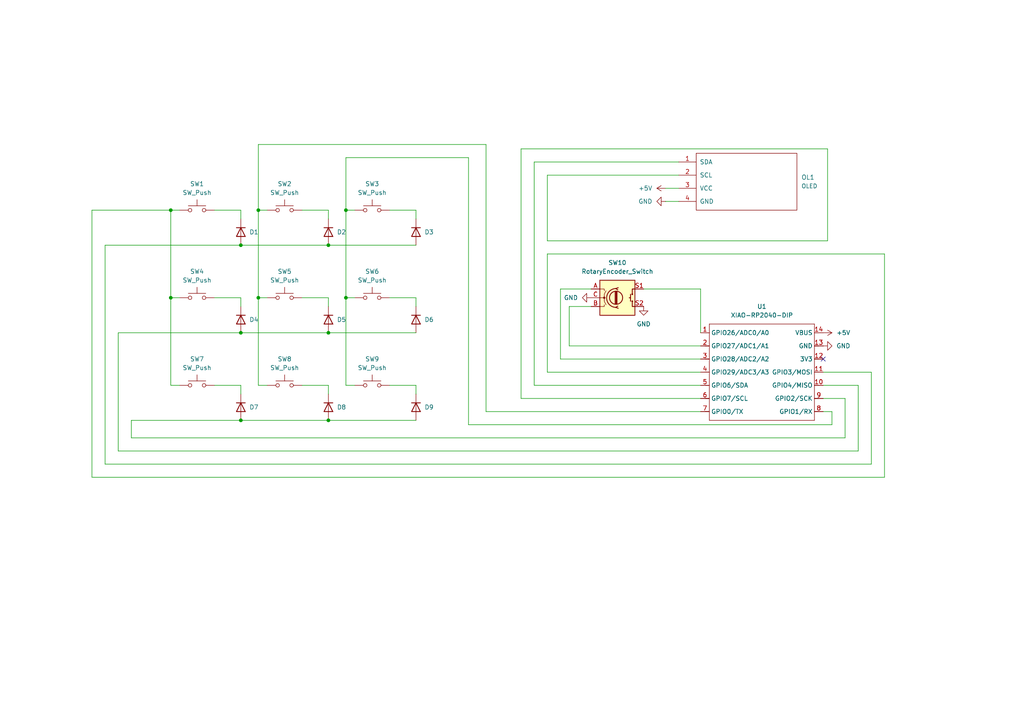
<source format=kicad_sch>
(kicad_sch
	(version 20250114)
	(generator "eeschema")
	(generator_version "9.0")
	(uuid "beaa75dc-f62e-4aa9-806a-2fd8e67cd57b")
	(paper "A4")
	(title_block
		(title "Tirthak's MacroPad :3")
		(date "2025-11-27")
		(rev "V1")
		(company "Skibidi Gyatt Co.")
		(comment 1 "Oooo Clicky Clicky")
	)
	(lib_symbols
		(symbol "Device:RotaryEncoder_Switch"
			(pin_names
				(offset 0.254)
				(hide yes)
			)
			(exclude_from_sim no)
			(in_bom yes)
			(on_board yes)
			(property "Reference" "SW"
				(at 0 6.604 0)
				(effects
					(font
						(size 1.27 1.27)
					)
				)
			)
			(property "Value" "RotaryEncoder_Switch"
				(at 0 -6.604 0)
				(effects
					(font
						(size 1.27 1.27)
					)
				)
			)
			(property "Footprint" ""
				(at -3.81 4.064 0)
				(effects
					(font
						(size 1.27 1.27)
					)
					(hide yes)
				)
			)
			(property "Datasheet" "~"
				(at 0 6.604 0)
				(effects
					(font
						(size 1.27 1.27)
					)
					(hide yes)
				)
			)
			(property "Description" "Rotary encoder, dual channel, incremental quadrate outputs, with switch"
				(at 0 0 0)
				(effects
					(font
						(size 1.27 1.27)
					)
					(hide yes)
				)
			)
			(property "ki_keywords" "rotary switch encoder switch push button"
				(at 0 0 0)
				(effects
					(font
						(size 1.27 1.27)
					)
					(hide yes)
				)
			)
			(property "ki_fp_filters" "RotaryEncoder*Switch*"
				(at 0 0 0)
				(effects
					(font
						(size 1.27 1.27)
					)
					(hide yes)
				)
			)
			(symbol "RotaryEncoder_Switch_0_1"
				(rectangle
					(start -5.08 5.08)
					(end 5.08 -5.08)
					(stroke
						(width 0.254)
						(type default)
					)
					(fill
						(type background)
					)
				)
				(polyline
					(pts
						(xy -5.08 2.54) (xy -3.81 2.54) (xy -3.81 2.032)
					)
					(stroke
						(width 0)
						(type default)
					)
					(fill
						(type none)
					)
				)
				(polyline
					(pts
						(xy -5.08 0) (xy -3.81 0) (xy -3.81 -1.016) (xy -3.302 -2.032)
					)
					(stroke
						(width 0)
						(type default)
					)
					(fill
						(type none)
					)
				)
				(polyline
					(pts
						(xy -5.08 -2.54) (xy -3.81 -2.54) (xy -3.81 -2.032)
					)
					(stroke
						(width 0)
						(type default)
					)
					(fill
						(type none)
					)
				)
				(polyline
					(pts
						(xy -4.318 0) (xy -3.81 0) (xy -3.81 1.016) (xy -3.302 2.032)
					)
					(stroke
						(width 0)
						(type default)
					)
					(fill
						(type none)
					)
				)
				(circle
					(center -3.81 0)
					(radius 0.254)
					(stroke
						(width 0)
						(type default)
					)
					(fill
						(type outline)
					)
				)
				(polyline
					(pts
						(xy -0.635 -1.778) (xy -0.635 1.778)
					)
					(stroke
						(width 0.254)
						(type default)
					)
					(fill
						(type none)
					)
				)
				(circle
					(center -0.381 0)
					(radius 1.905)
					(stroke
						(width 0.254)
						(type default)
					)
					(fill
						(type none)
					)
				)
				(polyline
					(pts
						(xy -0.381 -1.778) (xy -0.381 1.778)
					)
					(stroke
						(width 0.254)
						(type default)
					)
					(fill
						(type none)
					)
				)
				(arc
					(start -0.381 -2.794)
					(mid -3.0988 -0.0635)
					(end -0.381 2.667)
					(stroke
						(width 0.254)
						(type default)
					)
					(fill
						(type none)
					)
				)
				(polyline
					(pts
						(xy -0.127 1.778) (xy -0.127 -1.778)
					)
					(stroke
						(width 0.254)
						(type default)
					)
					(fill
						(type none)
					)
				)
				(polyline
					(pts
						(xy 0.254 2.921) (xy -0.508 2.667) (xy 0.127 2.286)
					)
					(stroke
						(width 0.254)
						(type default)
					)
					(fill
						(type none)
					)
				)
				(polyline
					(pts
						(xy 0.254 -3.048) (xy -0.508 -2.794) (xy 0.127 -2.413)
					)
					(stroke
						(width 0.254)
						(type default)
					)
					(fill
						(type none)
					)
				)
				(polyline
					(pts
						(xy 3.81 1.016) (xy 3.81 -1.016)
					)
					(stroke
						(width 0.254)
						(type default)
					)
					(fill
						(type none)
					)
				)
				(polyline
					(pts
						(xy 3.81 0) (xy 3.429 0)
					)
					(stroke
						(width 0.254)
						(type default)
					)
					(fill
						(type none)
					)
				)
				(circle
					(center 4.318 1.016)
					(radius 0.127)
					(stroke
						(width 0.254)
						(type default)
					)
					(fill
						(type none)
					)
				)
				(circle
					(center 4.318 -1.016)
					(radius 0.127)
					(stroke
						(width 0.254)
						(type default)
					)
					(fill
						(type none)
					)
				)
				(polyline
					(pts
						(xy 5.08 2.54) (xy 4.318 2.54) (xy 4.318 1.016)
					)
					(stroke
						(width 0.254)
						(type default)
					)
					(fill
						(type none)
					)
				)
				(polyline
					(pts
						(xy 5.08 -2.54) (xy 4.318 -2.54) (xy 4.318 -1.016)
					)
					(stroke
						(width 0.254)
						(type default)
					)
					(fill
						(type none)
					)
				)
			)
			(symbol "RotaryEncoder_Switch_1_1"
				(pin passive line
					(at -7.62 2.54 0)
					(length 2.54)
					(name "A"
						(effects
							(font
								(size 1.27 1.27)
							)
						)
					)
					(number "A"
						(effects
							(font
								(size 1.27 1.27)
							)
						)
					)
				)
				(pin passive line
					(at -7.62 0 0)
					(length 2.54)
					(name "C"
						(effects
							(font
								(size 1.27 1.27)
							)
						)
					)
					(number "C"
						(effects
							(font
								(size 1.27 1.27)
							)
						)
					)
				)
				(pin passive line
					(at -7.62 -2.54 0)
					(length 2.54)
					(name "B"
						(effects
							(font
								(size 1.27 1.27)
							)
						)
					)
					(number "B"
						(effects
							(font
								(size 1.27 1.27)
							)
						)
					)
				)
				(pin passive line
					(at 7.62 2.54 180)
					(length 2.54)
					(name "S1"
						(effects
							(font
								(size 1.27 1.27)
							)
						)
					)
					(number "S1"
						(effects
							(font
								(size 1.27 1.27)
							)
						)
					)
				)
				(pin passive line
					(at 7.62 -2.54 180)
					(length 2.54)
					(name "S2"
						(effects
							(font
								(size 1.27 1.27)
							)
						)
					)
					(number "S2"
						(effects
							(font
								(size 1.27 1.27)
							)
						)
					)
				)
			)
			(embedded_fonts no)
		)
		(symbol "Diode:1N4148"
			(pin_numbers
				(hide yes)
			)
			(pin_names
				(hide yes)
			)
			(exclude_from_sim no)
			(in_bom yes)
			(on_board yes)
			(property "Reference" "D"
				(at 0 2.54 0)
				(effects
					(font
						(size 1.27 1.27)
					)
				)
			)
			(property "Value" "1N4148"
				(at 0 -2.54 0)
				(effects
					(font
						(size 1.27 1.27)
					)
				)
			)
			(property "Footprint" "Diode_THT:D_DO-35_SOD27_P7.62mm_Horizontal"
				(at 0 0 0)
				(effects
					(font
						(size 1.27 1.27)
					)
					(hide yes)
				)
			)
			(property "Datasheet" "https://assets.nexperia.com/documents/data-sheet/1N4148_1N4448.pdf"
				(at 0 0 0)
				(effects
					(font
						(size 1.27 1.27)
					)
					(hide yes)
				)
			)
			(property "Description" "100V 0.15A standard switching diode, DO-35"
				(at 0 0 0)
				(effects
					(font
						(size 1.27 1.27)
					)
					(hide yes)
				)
			)
			(property "Sim.Device" "D"
				(at 0 0 0)
				(effects
					(font
						(size 1.27 1.27)
					)
					(hide yes)
				)
			)
			(property "Sim.Pins" "1=K 2=A"
				(at 0 0 0)
				(effects
					(font
						(size 1.27 1.27)
					)
					(hide yes)
				)
			)
			(property "ki_keywords" "diode"
				(at 0 0 0)
				(effects
					(font
						(size 1.27 1.27)
					)
					(hide yes)
				)
			)
			(property "ki_fp_filters" "D*DO?35*"
				(at 0 0 0)
				(effects
					(font
						(size 1.27 1.27)
					)
					(hide yes)
				)
			)
			(symbol "1N4148_0_1"
				(polyline
					(pts
						(xy -1.27 1.27) (xy -1.27 -1.27)
					)
					(stroke
						(width 0.254)
						(type default)
					)
					(fill
						(type none)
					)
				)
				(polyline
					(pts
						(xy 1.27 1.27) (xy 1.27 -1.27) (xy -1.27 0) (xy 1.27 1.27)
					)
					(stroke
						(width 0.254)
						(type default)
					)
					(fill
						(type none)
					)
				)
				(polyline
					(pts
						(xy 1.27 0) (xy -1.27 0)
					)
					(stroke
						(width 0)
						(type default)
					)
					(fill
						(type none)
					)
				)
			)
			(symbol "1N4148_1_1"
				(pin passive line
					(at -3.81 0 0)
					(length 2.54)
					(name "K"
						(effects
							(font
								(size 1.27 1.27)
							)
						)
					)
					(number "1"
						(effects
							(font
								(size 1.27 1.27)
							)
						)
					)
				)
				(pin passive line
					(at 3.81 0 180)
					(length 2.54)
					(name "A"
						(effects
							(font
								(size 1.27 1.27)
							)
						)
					)
					(number "2"
						(effects
							(font
								(size 1.27 1.27)
							)
						)
					)
				)
			)
			(embedded_fonts no)
		)
		(symbol "IDK:XIAO-RP2040-DIP"
			(exclude_from_sim no)
			(in_bom yes)
			(on_board yes)
			(property "Reference" "U"
				(at 0 0 0)
				(effects
					(font
						(size 1.27 1.27)
					)
				)
			)
			(property "Value" "XIAO-RP2040-DIP"
				(at 5.334 -1.778 0)
				(effects
					(font
						(size 1.27 1.27)
					)
				)
			)
			(property "Footprint" "Module:MOUDLE14P-XIAO-DIP-SMD"
				(at 14.478 -32.258 0)
				(effects
					(font
						(size 1.27 1.27)
					)
					(hide yes)
				)
			)
			(property "Datasheet" ""
				(at 0 0 0)
				(effects
					(font
						(size 1.27 1.27)
					)
					(hide yes)
				)
			)
			(property "Description" ""
				(at 0 0 0)
				(effects
					(font
						(size 1.27 1.27)
					)
					(hide yes)
				)
			)
			(symbol "XIAO-RP2040-DIP_1_0"
				(polyline
					(pts
						(xy -1.27 -2.54) (xy 29.21 -2.54)
					)
					(stroke
						(width 0.1524)
						(type solid)
					)
					(fill
						(type none)
					)
				)
				(polyline
					(pts
						(xy -1.27 -5.08) (xy -2.54 -5.08)
					)
					(stroke
						(width 0.1524)
						(type solid)
					)
					(fill
						(type none)
					)
				)
				(polyline
					(pts
						(xy -1.27 -5.08) (xy -1.27 -2.54)
					)
					(stroke
						(width 0.1524)
						(type solid)
					)
					(fill
						(type none)
					)
				)
				(polyline
					(pts
						(xy -1.27 -8.89) (xy -2.54 -8.89)
					)
					(stroke
						(width 0.1524)
						(type solid)
					)
					(fill
						(type none)
					)
				)
				(polyline
					(pts
						(xy -1.27 -8.89) (xy -1.27 -5.08)
					)
					(stroke
						(width 0.1524)
						(type solid)
					)
					(fill
						(type none)
					)
				)
				(polyline
					(pts
						(xy -1.27 -12.7) (xy -2.54 -12.7)
					)
					(stroke
						(width 0.1524)
						(type solid)
					)
					(fill
						(type none)
					)
				)
				(polyline
					(pts
						(xy -1.27 -12.7) (xy -1.27 -8.89)
					)
					(stroke
						(width 0.1524)
						(type solid)
					)
					(fill
						(type none)
					)
				)
				(polyline
					(pts
						(xy -1.27 -16.51) (xy -2.54 -16.51)
					)
					(stroke
						(width 0.1524)
						(type solid)
					)
					(fill
						(type none)
					)
				)
				(polyline
					(pts
						(xy -1.27 -16.51) (xy -1.27 -12.7)
					)
					(stroke
						(width 0.1524)
						(type solid)
					)
					(fill
						(type none)
					)
				)
				(polyline
					(pts
						(xy -1.27 -20.32) (xy -2.54 -20.32)
					)
					(stroke
						(width 0.1524)
						(type solid)
					)
					(fill
						(type none)
					)
				)
				(polyline
					(pts
						(xy -1.27 -24.13) (xy -2.54 -24.13)
					)
					(stroke
						(width 0.1524)
						(type solid)
					)
					(fill
						(type none)
					)
				)
				(polyline
					(pts
						(xy -1.27 -27.94) (xy -2.54 -27.94)
					)
					(stroke
						(width 0.1524)
						(type solid)
					)
					(fill
						(type none)
					)
				)
				(polyline
					(pts
						(xy -1.27 -30.48) (xy -1.27 -16.51)
					)
					(stroke
						(width 0.1524)
						(type solid)
					)
					(fill
						(type none)
					)
				)
				(polyline
					(pts
						(xy 29.21 -2.54) (xy 29.21 -5.08)
					)
					(stroke
						(width 0.1524)
						(type solid)
					)
					(fill
						(type none)
					)
				)
				(polyline
					(pts
						(xy 29.21 -5.08) (xy 29.21 -8.89)
					)
					(stroke
						(width 0.1524)
						(type solid)
					)
					(fill
						(type none)
					)
				)
				(polyline
					(pts
						(xy 29.21 -8.89) (xy 29.21 -12.7)
					)
					(stroke
						(width 0.1524)
						(type solid)
					)
					(fill
						(type none)
					)
				)
				(polyline
					(pts
						(xy 29.21 -12.7) (xy 29.21 -30.48)
					)
					(stroke
						(width 0.1524)
						(type solid)
					)
					(fill
						(type none)
					)
				)
				(polyline
					(pts
						(xy 29.21 -30.48) (xy -1.27 -30.48)
					)
					(stroke
						(width 0.1524)
						(type solid)
					)
					(fill
						(type none)
					)
				)
				(polyline
					(pts
						(xy 30.48 -5.08) (xy 29.21 -5.08)
					)
					(stroke
						(width 0.1524)
						(type solid)
					)
					(fill
						(type none)
					)
				)
				(polyline
					(pts
						(xy 30.48 -8.89) (xy 29.21 -8.89)
					)
					(stroke
						(width 0.1524)
						(type solid)
					)
					(fill
						(type none)
					)
				)
				(polyline
					(pts
						(xy 30.48 -12.7) (xy 29.21 -12.7)
					)
					(stroke
						(width 0.1524)
						(type solid)
					)
					(fill
						(type none)
					)
				)
				(polyline
					(pts
						(xy 30.48 -16.51) (xy 29.21 -16.51)
					)
					(stroke
						(width 0.1524)
						(type solid)
					)
					(fill
						(type none)
					)
				)
				(polyline
					(pts
						(xy 30.48 -20.32) (xy 29.21 -20.32)
					)
					(stroke
						(width 0.1524)
						(type solid)
					)
					(fill
						(type none)
					)
				)
				(polyline
					(pts
						(xy 30.48 -24.13) (xy 29.21 -24.13)
					)
					(stroke
						(width 0.1524)
						(type solid)
					)
					(fill
						(type none)
					)
				)
				(polyline
					(pts
						(xy 30.48 -27.94) (xy 29.21 -27.94)
					)
					(stroke
						(width 0.1524)
						(type solid)
					)
					(fill
						(type none)
					)
				)
				(pin passive line
					(at -3.81 -5.08 0)
					(length 2.54)
					(name "GPIO26/ADC0/A0"
						(effects
							(font
								(size 1.27 1.27)
							)
						)
					)
					(number "1"
						(effects
							(font
								(size 1.27 1.27)
							)
						)
					)
				)
				(pin passive line
					(at -3.81 -8.89 0)
					(length 2.54)
					(name "GPIO27/ADC1/A1"
						(effects
							(font
								(size 1.27 1.27)
							)
						)
					)
					(number "2"
						(effects
							(font
								(size 1.27 1.27)
							)
						)
					)
				)
				(pin passive line
					(at -3.81 -12.7 0)
					(length 2.54)
					(name "GPIO28/ADC2/A2"
						(effects
							(font
								(size 1.27 1.27)
							)
						)
					)
					(number "3"
						(effects
							(font
								(size 1.27 1.27)
							)
						)
					)
				)
				(pin passive line
					(at -3.81 -16.51 0)
					(length 2.54)
					(name "GPIO29/ADC3/A3"
						(effects
							(font
								(size 1.27 1.27)
							)
						)
					)
					(number "4"
						(effects
							(font
								(size 1.27 1.27)
							)
						)
					)
				)
				(pin passive line
					(at -3.81 -20.32 0)
					(length 2.54)
					(name "GPIO6/SDA"
						(effects
							(font
								(size 1.27 1.27)
							)
						)
					)
					(number "5"
						(effects
							(font
								(size 1.27 1.27)
							)
						)
					)
				)
				(pin passive line
					(at -3.81 -24.13 0)
					(length 2.54)
					(name "GPIO7/SCL"
						(effects
							(font
								(size 1.27 1.27)
							)
						)
					)
					(number "6"
						(effects
							(font
								(size 1.27 1.27)
							)
						)
					)
				)
				(pin passive line
					(at -3.81 -27.94 0)
					(length 2.54)
					(name "GPIO0/TX"
						(effects
							(font
								(size 1.27 1.27)
							)
						)
					)
					(number "7"
						(effects
							(font
								(size 1.27 1.27)
							)
						)
					)
				)
				(pin passive line
					(at 31.75 -5.08 180)
					(length 2.54)
					(name "VBUS"
						(effects
							(font
								(size 1.27 1.27)
							)
						)
					)
					(number "14"
						(effects
							(font
								(size 1.27 1.27)
							)
						)
					)
				)
				(pin passive line
					(at 31.75 -8.89 180)
					(length 2.54)
					(name "GND"
						(effects
							(font
								(size 1.27 1.27)
							)
						)
					)
					(number "13"
						(effects
							(font
								(size 1.27 1.27)
							)
						)
					)
				)
				(pin passive line
					(at 31.75 -12.7 180)
					(length 2.54)
					(name "3V3"
						(effects
							(font
								(size 1.27 1.27)
							)
						)
					)
					(number "12"
						(effects
							(font
								(size 1.27 1.27)
							)
						)
					)
				)
				(pin passive line
					(at 31.75 -16.51 180)
					(length 2.54)
					(name "GPIO3/MOSI"
						(effects
							(font
								(size 1.27 1.27)
							)
						)
					)
					(number "11"
						(effects
							(font
								(size 1.27 1.27)
							)
						)
					)
				)
				(pin passive line
					(at 31.75 -20.32 180)
					(length 2.54)
					(name "GPIO4/MISO"
						(effects
							(font
								(size 1.27 1.27)
							)
						)
					)
					(number "10"
						(effects
							(font
								(size 1.27 1.27)
							)
						)
					)
				)
				(pin passive line
					(at 31.75 -24.13 180)
					(length 2.54)
					(name "GPIO2/SCK"
						(effects
							(font
								(size 1.27 1.27)
							)
						)
					)
					(number "9"
						(effects
							(font
								(size 1.27 1.27)
							)
						)
					)
				)
				(pin passive line
					(at 31.75 -27.94 180)
					(length 2.54)
					(name "GPIO1/RX"
						(effects
							(font
								(size 1.27 1.27)
							)
						)
					)
					(number "8"
						(effects
							(font
								(size 1.27 1.27)
							)
						)
					)
				)
			)
			(embedded_fonts no)
		)
		(symbol "OLED SKIBIDI:OLED"
			(pin_names
				(offset 1.016)
			)
			(exclude_from_sim no)
			(in_bom yes)
			(on_board yes)
			(property "Reference" "OL"
				(at 0 2.54 0)
				(effects
					(font
						(size 1.2954 1.2954)
					)
				)
			)
			(property "Value" "OLED"
				(at 0 -1.27 0)
				(effects
					(font
						(size 1.1938 1.1938)
					)
				)
			)
			(property "Footprint" ""
				(at 0 2.54 0)
				(effects
					(font
						(size 1.524 1.524)
					)
					(hide yes)
				)
			)
			(property "Datasheet" ""
				(at 0 2.54 0)
				(effects
					(font
						(size 1.524 1.524)
					)
					(hide yes)
				)
			)
			(property "Description" ""
				(at 0 0 0)
				(effects
					(font
						(size 1.27 1.27)
					)
					(hide yes)
				)
			)
			(symbol "OLED_0_1"
				(rectangle
					(start -13.97 8.89)
					(end 15.24 -7.62)
					(stroke
						(width 0)
						(type solid)
					)
					(fill
						(type none)
					)
				)
			)
			(symbol "OLED_1_1"
				(pin bidirectional line
					(at -19.05 6.35 0)
					(length 5.08)
					(name "SDA"
						(effects
							(font
								(size 1.27 1.27)
							)
						)
					)
					(number "1"
						(effects
							(font
								(size 1.27 1.27)
							)
						)
					)
				)
				(pin bidirectional line
					(at -19.05 2.54 0)
					(length 5.08)
					(name "SCL"
						(effects
							(font
								(size 1.27 1.27)
							)
						)
					)
					(number "2"
						(effects
							(font
								(size 1.27 1.27)
							)
						)
					)
				)
				(pin power_in line
					(at -19.05 -1.27 0)
					(length 5.08)
					(name "VCC"
						(effects
							(font
								(size 1.27 1.27)
							)
						)
					)
					(number "3"
						(effects
							(font
								(size 1.27 1.27)
							)
						)
					)
				)
				(pin power_in line
					(at -19.05 -5.08 0)
					(length 5.08)
					(name "GND"
						(effects
							(font
								(size 1.27 1.27)
							)
						)
					)
					(number "4"
						(effects
							(font
								(size 1.27 1.27)
							)
						)
					)
				)
			)
			(embedded_fonts no)
		)
		(symbol "Switch:SW_Push"
			(pin_numbers
				(hide yes)
			)
			(pin_names
				(offset 1.016)
				(hide yes)
			)
			(exclude_from_sim no)
			(in_bom yes)
			(on_board yes)
			(property "Reference" "SW"
				(at 1.27 2.54 0)
				(effects
					(font
						(size 1.27 1.27)
					)
					(justify left)
				)
			)
			(property "Value" "SW_Push"
				(at 0 -1.524 0)
				(effects
					(font
						(size 1.27 1.27)
					)
				)
			)
			(property "Footprint" ""
				(at 0 5.08 0)
				(effects
					(font
						(size 1.27 1.27)
					)
					(hide yes)
				)
			)
			(property "Datasheet" "~"
				(at 0 5.08 0)
				(effects
					(font
						(size 1.27 1.27)
					)
					(hide yes)
				)
			)
			(property "Description" "Push button switch, generic, two pins"
				(at 0 0 0)
				(effects
					(font
						(size 1.27 1.27)
					)
					(hide yes)
				)
			)
			(property "ki_keywords" "switch normally-open pushbutton push-button"
				(at 0 0 0)
				(effects
					(font
						(size 1.27 1.27)
					)
					(hide yes)
				)
			)
			(symbol "SW_Push_0_1"
				(circle
					(center -2.032 0)
					(radius 0.508)
					(stroke
						(width 0)
						(type default)
					)
					(fill
						(type none)
					)
				)
				(polyline
					(pts
						(xy 0 1.27) (xy 0 3.048)
					)
					(stroke
						(width 0)
						(type default)
					)
					(fill
						(type none)
					)
				)
				(circle
					(center 2.032 0)
					(radius 0.508)
					(stroke
						(width 0)
						(type default)
					)
					(fill
						(type none)
					)
				)
				(polyline
					(pts
						(xy 2.54 1.27) (xy -2.54 1.27)
					)
					(stroke
						(width 0)
						(type default)
					)
					(fill
						(type none)
					)
				)
				(pin passive line
					(at -5.08 0 0)
					(length 2.54)
					(name "1"
						(effects
							(font
								(size 1.27 1.27)
							)
						)
					)
					(number "1"
						(effects
							(font
								(size 1.27 1.27)
							)
						)
					)
				)
				(pin passive line
					(at 5.08 0 180)
					(length 2.54)
					(name "2"
						(effects
							(font
								(size 1.27 1.27)
							)
						)
					)
					(number "2"
						(effects
							(font
								(size 1.27 1.27)
							)
						)
					)
				)
			)
			(embedded_fonts no)
		)
		(symbol "power:+5V"
			(power)
			(pin_numbers
				(hide yes)
			)
			(pin_names
				(offset 0)
				(hide yes)
			)
			(exclude_from_sim no)
			(in_bom yes)
			(on_board yes)
			(property "Reference" "#PWR"
				(at 0 -3.81 0)
				(effects
					(font
						(size 1.27 1.27)
					)
					(hide yes)
				)
			)
			(property "Value" "+5V"
				(at 0 3.556 0)
				(effects
					(font
						(size 1.27 1.27)
					)
				)
			)
			(property "Footprint" ""
				(at 0 0 0)
				(effects
					(font
						(size 1.27 1.27)
					)
					(hide yes)
				)
			)
			(property "Datasheet" ""
				(at 0 0 0)
				(effects
					(font
						(size 1.27 1.27)
					)
					(hide yes)
				)
			)
			(property "Description" "Power symbol creates a global label with name \"+5V\""
				(at 0 0 0)
				(effects
					(font
						(size 1.27 1.27)
					)
					(hide yes)
				)
			)
			(property "ki_keywords" "global power"
				(at 0 0 0)
				(effects
					(font
						(size 1.27 1.27)
					)
					(hide yes)
				)
			)
			(symbol "+5V_0_1"
				(polyline
					(pts
						(xy -0.762 1.27) (xy 0 2.54)
					)
					(stroke
						(width 0)
						(type default)
					)
					(fill
						(type none)
					)
				)
				(polyline
					(pts
						(xy 0 2.54) (xy 0.762 1.27)
					)
					(stroke
						(width 0)
						(type default)
					)
					(fill
						(type none)
					)
				)
				(polyline
					(pts
						(xy 0 0) (xy 0 2.54)
					)
					(stroke
						(width 0)
						(type default)
					)
					(fill
						(type none)
					)
				)
			)
			(symbol "+5V_1_1"
				(pin power_in line
					(at 0 0 90)
					(length 0)
					(name "~"
						(effects
							(font
								(size 1.27 1.27)
							)
						)
					)
					(number "1"
						(effects
							(font
								(size 1.27 1.27)
							)
						)
					)
				)
			)
			(embedded_fonts no)
		)
		(symbol "power:GND"
			(power)
			(pin_numbers
				(hide yes)
			)
			(pin_names
				(offset 0)
				(hide yes)
			)
			(exclude_from_sim no)
			(in_bom yes)
			(on_board yes)
			(property "Reference" "#PWR"
				(at 0 -6.35 0)
				(effects
					(font
						(size 1.27 1.27)
					)
					(hide yes)
				)
			)
			(property "Value" "GND"
				(at 0 -3.81 0)
				(effects
					(font
						(size 1.27 1.27)
					)
				)
			)
			(property "Footprint" ""
				(at 0 0 0)
				(effects
					(font
						(size 1.27 1.27)
					)
					(hide yes)
				)
			)
			(property "Datasheet" ""
				(at 0 0 0)
				(effects
					(font
						(size 1.27 1.27)
					)
					(hide yes)
				)
			)
			(property "Description" "Power symbol creates a global label with name \"GND\" , ground"
				(at 0 0 0)
				(effects
					(font
						(size 1.27 1.27)
					)
					(hide yes)
				)
			)
			(property "ki_keywords" "global power"
				(at 0 0 0)
				(effects
					(font
						(size 1.27 1.27)
					)
					(hide yes)
				)
			)
			(symbol "GND_0_1"
				(polyline
					(pts
						(xy 0 0) (xy 0 -1.27) (xy 1.27 -1.27) (xy 0 -2.54) (xy -1.27 -1.27) (xy 0 -1.27)
					)
					(stroke
						(width 0)
						(type default)
					)
					(fill
						(type none)
					)
				)
			)
			(symbol "GND_1_1"
				(pin power_in line
					(at 0 0 270)
					(length 0)
					(name "~"
						(effects
							(font
								(size 1.27 1.27)
							)
						)
					)
					(number "1"
						(effects
							(font
								(size 1.27 1.27)
							)
						)
					)
				)
			)
			(embedded_fonts no)
		)
	)
	(junction
		(at 69.85 121.92)
		(diameter 0)
		(color 0 0 0 0)
		(uuid "01b2eab1-526a-481e-b9aa-d81c62054220")
	)
	(junction
		(at 100.33 86.36)
		(diameter 0)
		(color 0 0 0 0)
		(uuid "168dea3b-a5e5-4a0b-bfaa-053ec36ecc1d")
	)
	(junction
		(at 100.33 60.96)
		(diameter 0)
		(color 0 0 0 0)
		(uuid "2481f267-7650-402b-a828-9ce19d39151e")
	)
	(junction
		(at 95.25 96.52)
		(diameter 0)
		(color 0 0 0 0)
		(uuid "2a877653-7b63-4ed4-9345-4cc155582187")
	)
	(junction
		(at 69.85 71.12)
		(diameter 0)
		(color 0 0 0 0)
		(uuid "4fa631ea-970c-4bff-bf7c-adb364f910f5")
	)
	(junction
		(at 49.53 86.36)
		(diameter 0)
		(color 0 0 0 0)
		(uuid "6df587af-1e97-4be4-8e28-423cb9110ee4")
	)
	(junction
		(at 95.25 121.92)
		(diameter 0)
		(color 0 0 0 0)
		(uuid "917e8e9c-92a7-4a03-ab78-20b23dccf6c5")
	)
	(junction
		(at 74.93 86.36)
		(diameter 0)
		(color 0 0 0 0)
		(uuid "a60cda52-e0ad-412f-a1c8-081401b432eb")
	)
	(junction
		(at 69.85 96.52)
		(diameter 0)
		(color 0 0 0 0)
		(uuid "b908eece-0409-4e63-a3e4-db801420edf6")
	)
	(junction
		(at 49.53 60.96)
		(diameter 0)
		(color 0 0 0 0)
		(uuid "d1fe99c9-864c-4bab-a0e1-0b48cf14a8be")
	)
	(junction
		(at 95.25 71.12)
		(diameter 0)
		(color 0 0 0 0)
		(uuid "de1a9a80-9376-4111-b9ed-2bd95de69a02")
	)
	(junction
		(at 74.93 60.96)
		(diameter 0)
		(color 0 0 0 0)
		(uuid "ef9133d6-5b09-40f7-911f-b1e773e2906f")
	)
	(no_connect
		(at 238.76 104.14)
		(uuid "48233696-f049-4f32-9e99-3d68933205f3")
	)
	(wire
		(pts
			(xy 171.45 88.9) (xy 165.1 88.9)
		)
		(stroke
			(width 0)
			(type default)
		)
		(uuid "00290400-02f2-44a7-a40b-ccd325d9b898")
	)
	(wire
		(pts
			(xy 135.89 123.19) (xy 135.89 45.72)
		)
		(stroke
			(width 0)
			(type default)
		)
		(uuid "0687c41a-425e-48ae-a586-596d21944324")
	)
	(wire
		(pts
			(xy 74.93 41.91) (xy 74.93 60.96)
		)
		(stroke
			(width 0)
			(type default)
		)
		(uuid "096046be-36ae-4a13-93ae-ae92ab65ef68")
	)
	(wire
		(pts
			(xy 69.85 111.76) (xy 69.85 114.3)
		)
		(stroke
			(width 0)
			(type default)
		)
		(uuid "0f99fe3f-494c-4e14-a663-9aab00d36948")
	)
	(wire
		(pts
			(xy 49.53 111.76) (xy 52.07 111.76)
		)
		(stroke
			(width 0)
			(type default)
		)
		(uuid "1642fbbf-92d7-4ea0-a753-779ead1c8ebb")
	)
	(wire
		(pts
			(xy 95.25 121.92) (xy 120.65 121.92)
		)
		(stroke
			(width 0)
			(type default)
		)
		(uuid "199caa9f-2dcf-4bb8-9a6a-fb396c404c7c")
	)
	(wire
		(pts
			(xy 140.97 119.38) (xy 140.97 41.91)
		)
		(stroke
			(width 0)
			(type default)
		)
		(uuid "19d0d634-0cb3-4dbd-af65-4145dd4a2e4c")
	)
	(wire
		(pts
			(xy 135.89 45.72) (xy 100.33 45.72)
		)
		(stroke
			(width 0)
			(type default)
		)
		(uuid "1a1b911a-144f-4d99-acd5-fc1fd1807b51")
	)
	(wire
		(pts
			(xy 100.33 86.36) (xy 100.33 111.76)
		)
		(stroke
			(width 0)
			(type default)
		)
		(uuid "2076d5ef-12f7-4b53-81a0-5ddb0900519b")
	)
	(wire
		(pts
			(xy 69.85 121.92) (xy 95.25 121.92)
		)
		(stroke
			(width 0)
			(type default)
		)
		(uuid "218a239d-7461-4459-a83b-69ea9eb56a2a")
	)
	(wire
		(pts
			(xy 69.85 96.52) (xy 95.25 96.52)
		)
		(stroke
			(width 0)
			(type default)
		)
		(uuid "21f2b96d-c15c-4106-9bd5-9077f36c4787")
	)
	(wire
		(pts
			(xy 165.1 100.33) (xy 203.2 100.33)
		)
		(stroke
			(width 0)
			(type default)
		)
		(uuid "229d474b-9e32-4425-a266-dfddddeec054")
	)
	(wire
		(pts
			(xy 240.03 43.18) (xy 151.13 43.18)
		)
		(stroke
			(width 0)
			(type default)
		)
		(uuid "25cad4ab-711a-44af-b7c3-13c9ae5eb366")
	)
	(wire
		(pts
			(xy 193.04 54.61) (xy 196.85 54.61)
		)
		(stroke
			(width 0)
			(type default)
		)
		(uuid "26aaad42-a154-4349-8c8f-76d39c2763e9")
	)
	(wire
		(pts
			(xy 49.53 60.96) (xy 26.67 60.96)
		)
		(stroke
			(width 0)
			(type default)
		)
		(uuid "27786c29-6a0f-4f18-be98-3541f4d1b887")
	)
	(wire
		(pts
			(xy 245.11 127) (xy 38.1 127)
		)
		(stroke
			(width 0)
			(type default)
		)
		(uuid "298eca43-64d8-4afb-b9ca-92c37d40f97b")
	)
	(wire
		(pts
			(xy 34.29 96.52) (xy 69.85 96.52)
		)
		(stroke
			(width 0)
			(type default)
		)
		(uuid "2a875cf4-e1bc-40b5-8730-3a8853f9c3fc")
	)
	(wire
		(pts
			(xy 87.63 86.36) (xy 95.25 86.36)
		)
		(stroke
			(width 0)
			(type default)
		)
		(uuid "2c7547dd-f3ee-4e71-9a75-e075cd780886")
	)
	(wire
		(pts
			(xy 113.03 86.36) (xy 120.65 86.36)
		)
		(stroke
			(width 0)
			(type default)
		)
		(uuid "2da6be6a-47cc-4f66-ac93-e6e5ebd43c97")
	)
	(wire
		(pts
			(xy 49.53 86.36) (xy 49.53 111.76)
		)
		(stroke
			(width 0)
			(type default)
		)
		(uuid "2e71a08e-7f3f-4751-a270-697b75fca0b1")
	)
	(wire
		(pts
			(xy 245.11 115.57) (xy 245.11 127)
		)
		(stroke
			(width 0)
			(type default)
		)
		(uuid "303a3235-f1ad-46fd-9b69-6cee6838a980")
	)
	(wire
		(pts
			(xy 162.56 104.14) (xy 203.2 104.14)
		)
		(stroke
			(width 0)
			(type default)
		)
		(uuid "30ed271d-49fd-4e33-a82e-99af0314e6a9")
	)
	(wire
		(pts
			(xy 74.93 60.96) (xy 77.47 60.96)
		)
		(stroke
			(width 0)
			(type default)
		)
		(uuid "31097dea-f852-47b8-a90b-5cb4c065adf9")
	)
	(wire
		(pts
			(xy 113.03 60.96) (xy 120.65 60.96)
		)
		(stroke
			(width 0)
			(type default)
		)
		(uuid "337f1fcd-01b4-4902-b0a3-473b2e1ff388")
	)
	(wire
		(pts
			(xy 120.65 111.76) (xy 120.65 114.3)
		)
		(stroke
			(width 0)
			(type default)
		)
		(uuid "34b045ec-6531-4e5b-9157-7e460e0ae14f")
	)
	(wire
		(pts
			(xy 62.23 86.36) (xy 69.85 86.36)
		)
		(stroke
			(width 0)
			(type default)
		)
		(uuid "377d2bcb-1bb7-4a5e-b139-912df44a5b4f")
	)
	(wire
		(pts
			(xy 158.75 107.95) (xy 203.2 107.95)
		)
		(stroke
			(width 0)
			(type default)
		)
		(uuid "38ab940c-2ca6-4903-ad9d-4fc858e18e0a")
	)
	(wire
		(pts
			(xy 34.29 130.81) (xy 34.29 96.52)
		)
		(stroke
			(width 0)
			(type default)
		)
		(uuid "3b49210d-930a-4998-8752-d10398cd1265")
	)
	(wire
		(pts
			(xy 171.45 83.82) (xy 162.56 83.82)
		)
		(stroke
			(width 0)
			(type default)
		)
		(uuid "3e9fee96-e68a-45c3-bd7d-e2180965c662")
	)
	(wire
		(pts
			(xy 158.75 73.66) (xy 158.75 107.95)
		)
		(stroke
			(width 0)
			(type default)
		)
		(uuid "3f1179ab-5892-45a5-969b-ef7de0e9b6dc")
	)
	(wire
		(pts
			(xy 30.48 71.12) (xy 69.85 71.12)
		)
		(stroke
			(width 0)
			(type default)
		)
		(uuid "419db38f-b2a5-40bc-95a8-fb8aeff204d5")
	)
	(wire
		(pts
			(xy 100.33 86.36) (xy 102.87 86.36)
		)
		(stroke
			(width 0)
			(type default)
		)
		(uuid "4316dd24-5ab9-4fd5-8ad2-10ced7bd9a57")
	)
	(wire
		(pts
			(xy 74.93 86.36) (xy 77.47 86.36)
		)
		(stroke
			(width 0)
			(type default)
		)
		(uuid "479a8c6c-2601-4f47-94ba-e0b8fe182f88")
	)
	(wire
		(pts
			(xy 252.73 107.95) (xy 238.76 107.95)
		)
		(stroke
			(width 0)
			(type default)
		)
		(uuid "4d8fddef-cf50-43f0-a941-ad0850591bc4")
	)
	(wire
		(pts
			(xy 203.2 83.82) (xy 203.2 96.52)
		)
		(stroke
			(width 0)
			(type default)
		)
		(uuid "4e707b8c-5acd-4299-b595-98626295f67a")
	)
	(wire
		(pts
			(xy 38.1 121.92) (xy 69.85 121.92)
		)
		(stroke
			(width 0)
			(type default)
		)
		(uuid "51bda44d-746b-490d-a30c-2c9de53c9559")
	)
	(wire
		(pts
			(xy 151.13 43.18) (xy 151.13 115.57)
		)
		(stroke
			(width 0)
			(type default)
		)
		(uuid "571b88f1-8728-4763-bfd0-d794ee64675c")
	)
	(wire
		(pts
			(xy 62.23 111.76) (xy 69.85 111.76)
		)
		(stroke
			(width 0)
			(type default)
		)
		(uuid "5c2e8b83-4201-4d66-b39a-3477620a0e37")
	)
	(wire
		(pts
			(xy 238.76 115.57) (xy 245.11 115.57)
		)
		(stroke
			(width 0)
			(type default)
		)
		(uuid "5c4f6a21-e773-4e13-94d5-a2cf15f9fca5")
	)
	(wire
		(pts
			(xy 74.93 86.36) (xy 74.93 111.76)
		)
		(stroke
			(width 0)
			(type default)
		)
		(uuid "612a0442-6162-47d7-a986-03f38e8193e8")
	)
	(wire
		(pts
			(xy 30.48 71.12) (xy 30.48 134.62)
		)
		(stroke
			(width 0)
			(type default)
		)
		(uuid "65b6d3be-1c17-40f0-a0a1-b974afc18269")
	)
	(wire
		(pts
			(xy 100.33 111.76) (xy 102.87 111.76)
		)
		(stroke
			(width 0)
			(type default)
		)
		(uuid "66b3d35f-be9b-4c06-9ed2-09bcc7bfd9ea")
	)
	(wire
		(pts
			(xy 95.25 86.36) (xy 95.25 88.9)
		)
		(stroke
			(width 0)
			(type default)
		)
		(uuid "67cba919-c389-4cd7-8fd4-fc4db8629b8b")
	)
	(wire
		(pts
			(xy 69.85 86.36) (xy 69.85 88.9)
		)
		(stroke
			(width 0)
			(type default)
		)
		(uuid "6d1f1009-c9ac-482a-ac9b-831e733635ea")
	)
	(wire
		(pts
			(xy 241.3 119.38) (xy 241.3 123.19)
		)
		(stroke
			(width 0)
			(type default)
		)
		(uuid "7c25d00c-0d45-4335-9b18-6340c4977af9")
	)
	(wire
		(pts
			(xy 95.25 71.12) (xy 120.65 71.12)
		)
		(stroke
			(width 0)
			(type default)
		)
		(uuid "7e441067-479d-4fc3-bd74-1acacb9b57eb")
	)
	(wire
		(pts
			(xy 165.1 88.9) (xy 165.1 100.33)
		)
		(stroke
			(width 0)
			(type default)
		)
		(uuid "7f293035-689c-4d9b-bef0-3da31fec1e7a")
	)
	(wire
		(pts
			(xy 74.93 111.76) (xy 77.47 111.76)
		)
		(stroke
			(width 0)
			(type default)
		)
		(uuid "7fa3a49b-6abe-4b5c-ae56-094dc520eaf1")
	)
	(wire
		(pts
			(xy 203.2 119.38) (xy 140.97 119.38)
		)
		(stroke
			(width 0)
			(type default)
		)
		(uuid "81436059-4b29-4f87-9bc7-e1d495a7dae9")
	)
	(wire
		(pts
			(xy 95.25 60.96) (xy 95.25 63.5)
		)
		(stroke
			(width 0)
			(type default)
		)
		(uuid "81498dce-1e06-4a69-931f-7fe8d0b4be9d")
	)
	(wire
		(pts
			(xy 241.3 123.19) (xy 135.89 123.19)
		)
		(stroke
			(width 0)
			(type default)
		)
		(uuid "89722416-decf-4586-a094-ee40298e6082")
	)
	(wire
		(pts
			(xy 238.76 119.38) (xy 241.3 119.38)
		)
		(stroke
			(width 0)
			(type default)
		)
		(uuid "8ed13746-16b9-476d-85b1-259682c663d1")
	)
	(wire
		(pts
			(xy 26.67 138.43) (xy 256.54 138.43)
		)
		(stroke
			(width 0)
			(type default)
		)
		(uuid "8ef36a92-7d3f-43f2-bf1f-63f3c1cc0952")
	)
	(wire
		(pts
			(xy 162.56 83.82) (xy 162.56 104.14)
		)
		(stroke
			(width 0)
			(type default)
		)
		(uuid "93883a78-c282-4e7b-9108-d6f790e36b4c")
	)
	(wire
		(pts
			(xy 240.03 69.85) (xy 240.03 43.18)
		)
		(stroke
			(width 0)
			(type default)
		)
		(uuid "970b5f7f-d739-4aa3-9d9b-e0352fcab28f")
	)
	(wire
		(pts
			(xy 252.73 134.62) (xy 252.73 107.95)
		)
		(stroke
			(width 0)
			(type default)
		)
		(uuid "9ae5cbdd-12a7-4170-b136-284fe3a77813")
	)
	(wire
		(pts
			(xy 151.13 115.57) (xy 203.2 115.57)
		)
		(stroke
			(width 0)
			(type default)
		)
		(uuid "9c15d401-0153-4d94-82ca-83b9e4ceae55")
	)
	(wire
		(pts
			(xy 256.54 138.43) (xy 256.54 73.66)
		)
		(stroke
			(width 0)
			(type default)
		)
		(uuid "9da59aa9-8925-4215-a918-de2332d4a966")
	)
	(wire
		(pts
			(xy 95.25 96.52) (xy 120.65 96.52)
		)
		(stroke
			(width 0)
			(type default)
		)
		(uuid "9de9e5a6-d684-4fda-b2c7-1c55bc4951b4")
	)
	(wire
		(pts
			(xy 113.03 111.76) (xy 120.65 111.76)
		)
		(stroke
			(width 0)
			(type default)
		)
		(uuid "9e2718da-6601-4369-8736-e38eeec1fb47")
	)
	(wire
		(pts
			(xy 248.92 111.76) (xy 248.92 130.81)
		)
		(stroke
			(width 0)
			(type default)
		)
		(uuid "a01870b2-2ae0-4a52-b252-149e9345a3af")
	)
	(wire
		(pts
			(xy 62.23 60.96) (xy 69.85 60.96)
		)
		(stroke
			(width 0)
			(type default)
		)
		(uuid "a1baedb5-6e3a-48b0-954e-fa4d78871c81")
	)
	(wire
		(pts
			(xy 120.65 60.96) (xy 120.65 63.5)
		)
		(stroke
			(width 0)
			(type default)
		)
		(uuid "a373bb16-0ec3-4cad-aaa5-cbf1371f7f0d")
	)
	(wire
		(pts
			(xy 49.53 86.36) (xy 52.07 86.36)
		)
		(stroke
			(width 0)
			(type default)
		)
		(uuid "a93da22f-2f63-4aa5-942c-a442127a0928")
	)
	(wire
		(pts
			(xy 140.97 41.91) (xy 74.93 41.91)
		)
		(stroke
			(width 0)
			(type default)
		)
		(uuid "ac21ebe3-0ed6-477d-a948-c51b088b31b9")
	)
	(wire
		(pts
			(xy 186.69 83.82) (xy 203.2 83.82)
		)
		(stroke
			(width 0)
			(type default)
		)
		(uuid "b0202bc5-c9b3-4e87-80f5-c7752599b1a4")
	)
	(wire
		(pts
			(xy 100.33 45.72) (xy 100.33 60.96)
		)
		(stroke
			(width 0)
			(type default)
		)
		(uuid "b175889a-6d71-4dcb-89c4-f6e25501964c")
	)
	(wire
		(pts
			(xy 87.63 111.76) (xy 95.25 111.76)
		)
		(stroke
			(width 0)
			(type default)
		)
		(uuid "b3e2685b-ab0a-4640-9fc5-d5cc779388ea")
	)
	(wire
		(pts
			(xy 95.25 111.76) (xy 95.25 114.3)
		)
		(stroke
			(width 0)
			(type default)
		)
		(uuid "b4a72330-de92-4ade-9815-4a0e154bf5e1")
	)
	(wire
		(pts
			(xy 120.65 86.36) (xy 120.65 88.9)
		)
		(stroke
			(width 0)
			(type default)
		)
		(uuid "b830319f-2694-4e8b-a626-4f881014af0e")
	)
	(wire
		(pts
			(xy 256.54 73.66) (xy 158.75 73.66)
		)
		(stroke
			(width 0)
			(type default)
		)
		(uuid "c5ea52e7-7c33-40ec-af40-dfaac0106480")
	)
	(wire
		(pts
			(xy 38.1 127) (xy 38.1 121.92)
		)
		(stroke
			(width 0)
			(type default)
		)
		(uuid "c723aa41-8cbf-45ca-af3e-9e5c36f9ede3")
	)
	(wire
		(pts
			(xy 154.94 111.76) (xy 203.2 111.76)
		)
		(stroke
			(width 0)
			(type default)
		)
		(uuid "d07d9e1e-84c9-4182-89af-3e4a5f9b4688")
	)
	(wire
		(pts
			(xy 49.53 60.96) (xy 49.53 86.36)
		)
		(stroke
			(width 0)
			(type default)
		)
		(uuid "d2bc2542-0e94-4280-abf9-bf9a5afaaf5d")
	)
	(wire
		(pts
			(xy 100.33 60.96) (xy 102.87 60.96)
		)
		(stroke
			(width 0)
			(type default)
		)
		(uuid "d9666f77-b102-4486-bdb9-894c1e427db6")
	)
	(wire
		(pts
			(xy 30.48 134.62) (xy 252.73 134.62)
		)
		(stroke
			(width 0)
			(type default)
		)
		(uuid "da59ddd4-f4ac-47a9-aca0-203b8b5b9687")
	)
	(wire
		(pts
			(xy 196.85 46.99) (xy 154.94 46.99)
		)
		(stroke
			(width 0)
			(type default)
		)
		(uuid "dae62b80-27dc-46a9-8f06-284b00a98a37")
	)
	(wire
		(pts
			(xy 26.67 60.96) (xy 26.67 138.43)
		)
		(stroke
			(width 0)
			(type default)
		)
		(uuid "df40a8af-345a-4b00-b917-c3956a4cec36")
	)
	(wire
		(pts
			(xy 158.75 50.8) (xy 158.75 69.85)
		)
		(stroke
			(width 0)
			(type default)
		)
		(uuid "e02baec8-c1fa-4217-bd1b-462f65c97f0f")
	)
	(wire
		(pts
			(xy 69.85 60.96) (xy 69.85 63.5)
		)
		(stroke
			(width 0)
			(type default)
		)
		(uuid "e045419d-b6da-4947-8fc2-a2381f1e7e77")
	)
	(wire
		(pts
			(xy 196.85 50.8) (xy 158.75 50.8)
		)
		(stroke
			(width 0)
			(type default)
		)
		(uuid "e082cf52-1126-4062-bc28-eee15da51758")
	)
	(wire
		(pts
			(xy 158.75 69.85) (xy 240.03 69.85)
		)
		(stroke
			(width 0)
			(type default)
		)
		(uuid "e7d044f0-d52f-4e14-87be-5681eb343da5")
	)
	(wire
		(pts
			(xy 238.76 111.76) (xy 248.92 111.76)
		)
		(stroke
			(width 0)
			(type default)
		)
		(uuid "e83c9c09-a306-413a-af18-105171b63770")
	)
	(wire
		(pts
			(xy 193.04 58.42) (xy 196.85 58.42)
		)
		(stroke
			(width 0)
			(type default)
		)
		(uuid "eb65fdd3-bc0d-485d-9562-ff3397510fdd")
	)
	(wire
		(pts
			(xy 100.33 60.96) (xy 100.33 86.36)
		)
		(stroke
			(width 0)
			(type default)
		)
		(uuid "eec223de-3538-40a5-b674-3b72e294263d")
	)
	(wire
		(pts
			(xy 69.85 71.12) (xy 95.25 71.12)
		)
		(stroke
			(width 0)
			(type default)
		)
		(uuid "ef9a7990-b5e1-4b77-87aa-bf379f6e79aa")
	)
	(wire
		(pts
			(xy 154.94 46.99) (xy 154.94 111.76)
		)
		(stroke
			(width 0)
			(type default)
		)
		(uuid "effcf3ad-07ff-4e3a-b485-eeab3a59e4c1")
	)
	(wire
		(pts
			(xy 248.92 130.81) (xy 34.29 130.81)
		)
		(stroke
			(width 0)
			(type default)
		)
		(uuid "f24fa194-685c-4528-8bb1-bc80225b9637")
	)
	(wire
		(pts
			(xy 87.63 60.96) (xy 95.25 60.96)
		)
		(stroke
			(width 0)
			(type default)
		)
		(uuid "f290e114-1ab3-43dc-a620-56fc7b4ff9d5")
	)
	(wire
		(pts
			(xy 49.53 60.96) (xy 52.07 60.96)
		)
		(stroke
			(width 0)
			(type default)
		)
		(uuid "f7e28b7f-05bc-4f09-bd5f-7dcdfcf75818")
	)
	(wire
		(pts
			(xy 74.93 60.96) (xy 74.93 86.36)
		)
		(stroke
			(width 0)
			(type default)
		)
		(uuid "f9902f2a-908c-4347-a065-9012ac22d6e9")
	)
	(symbol
		(lib_id "Switch:SW_Push")
		(at 107.95 86.36 0)
		(unit 1)
		(exclude_from_sim no)
		(in_bom yes)
		(on_board yes)
		(dnp no)
		(fields_autoplaced yes)
		(uuid "1ca07ba5-9a41-4bf4-a898-f9ac508bed9f")
		(property "Reference" "SW6"
			(at 107.95 78.74 0)
			(effects
				(font
					(size 1.27 1.27)
				)
			)
		)
		(property "Value" "SW_Push"
			(at 107.95 81.28 0)
			(effects
				(font
					(size 1.27 1.27)
				)
			)
		)
		(property "Footprint" "Button_Switch_Keyboard:SW_Cherry_MX_1.00u_PCB"
			(at 107.95 81.28 0)
			(effects
				(font
					(size 1.27 1.27)
				)
				(hide yes)
			)
		)
		(property "Datasheet" "~"
			(at 107.95 81.28 0)
			(effects
				(font
					(size 1.27 1.27)
				)
				(hide yes)
			)
		)
		(property "Description" "Push button switch, generic, two pins"
			(at 107.95 86.36 0)
			(effects
				(font
					(size 1.27 1.27)
				)
				(hide yes)
			)
		)
		(pin "1"
			(uuid "3b9f4042-48eb-4971-a3c3-5f8a7e67d8d9")
		)
		(pin "2"
			(uuid "6d2cb4e1-2825-48ab-8613-f7ef3b8ca3e4")
		)
		(instances
			(project "Macropad"
				(path "/beaa75dc-f62e-4aa9-806a-2fd8e67cd57b"
					(reference "SW6")
					(unit 1)
				)
			)
		)
	)
	(symbol
		(lib_id "Switch:SW_Push")
		(at 82.55 111.76 0)
		(unit 1)
		(exclude_from_sim no)
		(in_bom yes)
		(on_board yes)
		(dnp no)
		(fields_autoplaced yes)
		(uuid "1ed3cfd6-6109-4ea4-8468-a20938424224")
		(property "Reference" "SW8"
			(at 82.55 104.14 0)
			(effects
				(font
					(size 1.27 1.27)
				)
			)
		)
		(property "Value" "SW_Push"
			(at 82.55 106.68 0)
			(effects
				(font
					(size 1.27 1.27)
				)
			)
		)
		(property "Footprint" "Button_Switch_Keyboard:SW_Cherry_MX_1.00u_PCB"
			(at 82.55 106.68 0)
			(effects
				(font
					(size 1.27 1.27)
				)
				(hide yes)
			)
		)
		(property "Datasheet" "~"
			(at 82.55 106.68 0)
			(effects
				(font
					(size 1.27 1.27)
				)
				(hide yes)
			)
		)
		(property "Description" "Push button switch, generic, two pins"
			(at 82.55 111.76 0)
			(effects
				(font
					(size 1.27 1.27)
				)
				(hide yes)
			)
		)
		(pin "1"
			(uuid "34996964-cab9-4edf-8538-2529b5578db6")
		)
		(pin "2"
			(uuid "47bc06e0-7ac9-45c6-a84d-d6095cf30dbb")
		)
		(instances
			(project "Macropad"
				(path "/beaa75dc-f62e-4aa9-806a-2fd8e67cd57b"
					(reference "SW8")
					(unit 1)
				)
			)
		)
	)
	(symbol
		(lib_id "power:GND")
		(at 193.04 58.42 270)
		(unit 1)
		(exclude_from_sim no)
		(in_bom yes)
		(on_board yes)
		(dnp no)
		(fields_autoplaced yes)
		(uuid "3026652c-4524-44bf-8410-a0f9c4cf2509")
		(property "Reference" "#PWR04"
			(at 186.69 58.42 0)
			(effects
				(font
					(size 1.27 1.27)
				)
				(hide yes)
			)
		)
		(property "Value" "GND"
			(at 189.23 58.4199 90)
			(effects
				(font
					(size 1.27 1.27)
				)
				(justify right)
			)
		)
		(property "Footprint" ""
			(at 193.04 58.42 0)
			(effects
				(font
					(size 1.27 1.27)
				)
				(hide yes)
			)
		)
		(property "Datasheet" ""
			(at 193.04 58.42 0)
			(effects
				(font
					(size 1.27 1.27)
				)
				(hide yes)
			)
		)
		(property "Description" "Power symbol creates a global label with name \"GND\" , ground"
			(at 193.04 58.42 0)
			(effects
				(font
					(size 1.27 1.27)
				)
				(hide yes)
			)
		)
		(pin "1"
			(uuid "69dc14bd-b073-4d0e-a00c-7af319ee1d6d")
		)
		(instances
			(project ""
				(path "/beaa75dc-f62e-4aa9-806a-2fd8e67cd57b"
					(reference "#PWR04")
					(unit 1)
				)
			)
		)
	)
	(symbol
		(lib_id "power:+5V")
		(at 238.76 96.52 270)
		(unit 1)
		(exclude_from_sim no)
		(in_bom yes)
		(on_board yes)
		(dnp no)
		(fields_autoplaced yes)
		(uuid "3ed1f816-86ef-4a54-9fb5-c83003ff4b82")
		(property "Reference" "#PWR03"
			(at 234.95 96.52 0)
			(effects
				(font
					(size 1.27 1.27)
				)
				(hide yes)
			)
		)
		(property "Value" "+5V"
			(at 242.57 96.5199 90)
			(effects
				(font
					(size 1.27 1.27)
				)
				(justify left)
			)
		)
		(property "Footprint" ""
			(at 238.76 96.52 0)
			(effects
				(font
					(size 1.27 1.27)
				)
				(hide yes)
			)
		)
		(property "Datasheet" ""
			(at 238.76 96.52 0)
			(effects
				(font
					(size 1.27 1.27)
				)
				(hide yes)
			)
		)
		(property "Description" "Power symbol creates a global label with name \"+5V\""
			(at 238.76 96.52 0)
			(effects
				(font
					(size 1.27 1.27)
				)
				(hide yes)
			)
		)
		(pin "1"
			(uuid "338205d3-561f-4518-9adf-ce5377a3e9b8")
		)
		(instances
			(project ""
				(path "/beaa75dc-f62e-4aa9-806a-2fd8e67cd57b"
					(reference "#PWR03")
					(unit 1)
				)
			)
		)
	)
	(symbol
		(lib_id "Switch:SW_Push")
		(at 82.55 60.96 0)
		(unit 1)
		(exclude_from_sim no)
		(in_bom yes)
		(on_board yes)
		(dnp no)
		(fields_autoplaced yes)
		(uuid "4122c726-7d2a-461b-b4b9-5f904a0265e6")
		(property "Reference" "SW2"
			(at 82.55 53.34 0)
			(effects
				(font
					(size 1.27 1.27)
				)
			)
		)
		(property "Value" "SW_Push"
			(at 82.55 55.88 0)
			(effects
				(font
					(size 1.27 1.27)
				)
			)
		)
		(property "Footprint" "Button_Switch_Keyboard:SW_Cherry_MX_1.00u_PCB"
			(at 82.55 55.88 0)
			(effects
				(font
					(size 1.27 1.27)
				)
				(hide yes)
			)
		)
		(property "Datasheet" "~"
			(at 82.55 55.88 0)
			(effects
				(font
					(size 1.27 1.27)
				)
				(hide yes)
			)
		)
		(property "Description" "Push button switch, generic, two pins"
			(at 82.55 60.96 0)
			(effects
				(font
					(size 1.27 1.27)
				)
				(hide yes)
			)
		)
		(pin "1"
			(uuid "b8d26ed2-c32b-45ab-b6d6-3755c2d2d291")
		)
		(pin "2"
			(uuid "2e33fe80-dfc3-4bb6-ac98-b390e1f76815")
		)
		(instances
			(project ""
				(path "/beaa75dc-f62e-4aa9-806a-2fd8e67cd57b"
					(reference "SW2")
					(unit 1)
				)
			)
		)
	)
	(symbol
		(lib_id "Switch:SW_Push")
		(at 57.15 60.96 0)
		(unit 1)
		(exclude_from_sim no)
		(in_bom yes)
		(on_board yes)
		(dnp no)
		(fields_autoplaced yes)
		(uuid "4c5020be-456a-45b1-a033-80c5d6f08c8a")
		(property "Reference" "SW1"
			(at 57.15 53.34 0)
			(effects
				(font
					(size 1.27 1.27)
				)
			)
		)
		(property "Value" "SW_Push"
			(at 57.15 55.88 0)
			(effects
				(font
					(size 1.27 1.27)
				)
			)
		)
		(property "Footprint" "Button_Switch_Keyboard:SW_Cherry_MX_1.00u_PCB"
			(at 57.15 55.88 0)
			(effects
				(font
					(size 1.27 1.27)
				)
				(hide yes)
			)
		)
		(property "Datasheet" "~"
			(at 57.15 55.88 0)
			(effects
				(font
					(size 1.27 1.27)
				)
				(hide yes)
			)
		)
		(property "Description" "Push button switch, generic, two pins"
			(at 57.15 60.96 0)
			(effects
				(font
					(size 1.27 1.27)
				)
				(hide yes)
			)
		)
		(pin "2"
			(uuid "809e5a39-b1b9-4cb3-8a30-8fdfaf7d73a1")
		)
		(pin "1"
			(uuid "00e05b8d-882a-4e4a-8538-c92e561afa6d")
		)
		(instances
			(project ""
				(path "/beaa75dc-f62e-4aa9-806a-2fd8e67cd57b"
					(reference "SW1")
					(unit 1)
				)
			)
		)
	)
	(symbol
		(lib_id "Diode:1N4148")
		(at 69.85 118.11 270)
		(unit 1)
		(exclude_from_sim no)
		(in_bom yes)
		(on_board yes)
		(dnp no)
		(uuid "4c81dcc6-106e-43a7-a1f2-cdc61656cc67")
		(property "Reference" "D7"
			(at 73.66 118.11 90)
			(effects
				(font
					(size 1.27 1.27)
				)
			)
		)
		(property "Value" "1N4148"
			(at 73.66 118.11 0)
			(effects
				(font
					(size 1.27 1.27)
				)
				(hide yes)
			)
		)
		(property "Footprint" "Diode_THT:D_DO-35_SOD27_P7.62mm_Horizontal"
			(at 69.85 118.11 0)
			(effects
				(font
					(size 1.27 1.27)
				)
				(hide yes)
			)
		)
		(property "Datasheet" "https://assets.nexperia.com/documents/data-sheet/1N4148_1N4448.pdf"
			(at 69.85 118.11 0)
			(effects
				(font
					(size 1.27 1.27)
				)
				(hide yes)
			)
		)
		(property "Description" "100V 0.15A standard switching diode, DO-35"
			(at 69.85 118.11 0)
			(effects
				(font
					(size 1.27 1.27)
				)
				(hide yes)
			)
		)
		(property "Sim.Device" "D"
			(at 69.85 118.11 0)
			(effects
				(font
					(size 1.27 1.27)
				)
				(hide yes)
			)
		)
		(property "Sim.Pins" "1=K 2=A"
			(at 69.85 118.11 0)
			(effects
				(font
					(size 1.27 1.27)
				)
				(hide yes)
			)
		)
		(pin "1"
			(uuid "187ad20e-39b7-4782-8cc1-73c5482520c7")
		)
		(pin "2"
			(uuid "2968621a-ddf1-4a6e-a5ac-3d4b2174c1dd")
		)
		(instances
			(project "Macropad"
				(path "/beaa75dc-f62e-4aa9-806a-2fd8e67cd57b"
					(reference "D7")
					(unit 1)
				)
			)
		)
	)
	(symbol
		(lib_id "Diode:1N4148")
		(at 69.85 92.71 270)
		(unit 1)
		(exclude_from_sim no)
		(in_bom yes)
		(on_board yes)
		(dnp no)
		(uuid "4e1f3f8b-4777-4bfc-b816-e2593a1a805d")
		(property "Reference" "D4"
			(at 73.66 92.71 90)
			(effects
				(font
					(size 1.27 1.27)
				)
			)
		)
		(property "Value" "1N4148"
			(at 73.66 92.71 0)
			(effects
				(font
					(size 1.27 1.27)
				)
				(hide yes)
			)
		)
		(property "Footprint" "Diode_THT:D_DO-35_SOD27_P7.62mm_Horizontal"
			(at 69.85 92.71 0)
			(effects
				(font
					(size 1.27 1.27)
				)
				(hide yes)
			)
		)
		(property "Datasheet" "https://assets.nexperia.com/documents/data-sheet/1N4148_1N4448.pdf"
			(at 69.85 92.71 0)
			(effects
				(font
					(size 1.27 1.27)
				)
				(hide yes)
			)
		)
		(property "Description" "100V 0.15A standard switching diode, DO-35"
			(at 69.85 92.71 0)
			(effects
				(font
					(size 1.27 1.27)
				)
				(hide yes)
			)
		)
		(property "Sim.Device" "D"
			(at 69.85 92.71 0)
			(effects
				(font
					(size 1.27 1.27)
				)
				(hide yes)
			)
		)
		(property "Sim.Pins" "1=K 2=A"
			(at 69.85 92.71 0)
			(effects
				(font
					(size 1.27 1.27)
				)
				(hide yes)
			)
		)
		(pin "1"
			(uuid "628f42a2-4a0c-4ce9-83fe-b9581b786a0e")
		)
		(pin "2"
			(uuid "b47269d0-47b7-4351-a39d-ca6ac2b27717")
		)
		(instances
			(project "Macropad"
				(path "/beaa75dc-f62e-4aa9-806a-2fd8e67cd57b"
					(reference "D4")
					(unit 1)
				)
			)
		)
	)
	(symbol
		(lib_id "Diode:1N4148")
		(at 120.65 118.11 270)
		(unit 1)
		(exclude_from_sim no)
		(in_bom yes)
		(on_board yes)
		(dnp no)
		(uuid "55ca0085-670c-4563-ba30-9f3e0398b9be")
		(property "Reference" "D9"
			(at 124.46 118.11 90)
			(effects
				(font
					(size 1.27 1.27)
				)
			)
		)
		(property "Value" "1N4148"
			(at 124.46 118.11 0)
			(effects
				(font
					(size 1.27 1.27)
				)
				(hide yes)
			)
		)
		(property "Footprint" "Diode_THT:D_DO-35_SOD27_P7.62mm_Horizontal"
			(at 120.65 118.11 0)
			(effects
				(font
					(size 1.27 1.27)
				)
				(hide yes)
			)
		)
		(property "Datasheet" "https://assets.nexperia.com/documents/data-sheet/1N4148_1N4448.pdf"
			(at 120.65 118.11 0)
			(effects
				(font
					(size 1.27 1.27)
				)
				(hide yes)
			)
		)
		(property "Description" "100V 0.15A standard switching diode, DO-35"
			(at 120.65 118.11 0)
			(effects
				(font
					(size 1.27 1.27)
				)
				(hide yes)
			)
		)
		(property "Sim.Device" "D"
			(at 120.65 118.11 0)
			(effects
				(font
					(size 1.27 1.27)
				)
				(hide yes)
			)
		)
		(property "Sim.Pins" "1=K 2=A"
			(at 120.65 118.11 0)
			(effects
				(font
					(size 1.27 1.27)
				)
				(hide yes)
			)
		)
		(pin "1"
			(uuid "ae9399f6-8715-4910-9d87-7da7fccb153a")
		)
		(pin "2"
			(uuid "ca5c2eec-471d-4339-b6fb-ce813cf0bf3a")
		)
		(instances
			(project "Macropad"
				(path "/beaa75dc-f62e-4aa9-806a-2fd8e67cd57b"
					(reference "D9")
					(unit 1)
				)
			)
		)
	)
	(symbol
		(lib_id "Diode:1N4148")
		(at 95.25 67.31 270)
		(unit 1)
		(exclude_from_sim no)
		(in_bom yes)
		(on_board yes)
		(dnp no)
		(uuid "58bf8a45-ab94-48d3-b076-0dbf61a57641")
		(property "Reference" "D2"
			(at 99.06 67.31 90)
			(effects
				(font
					(size 1.27 1.27)
				)
			)
		)
		(property "Value" "1N4148"
			(at 99.06 67.31 0)
			(effects
				(font
					(size 1.27 1.27)
				)
				(hide yes)
			)
		)
		(property "Footprint" "Diode_THT:D_DO-35_SOD27_P7.62mm_Horizontal"
			(at 95.25 67.31 0)
			(effects
				(font
					(size 1.27 1.27)
				)
				(hide yes)
			)
		)
		(property "Datasheet" "https://assets.nexperia.com/documents/data-sheet/1N4148_1N4448.pdf"
			(at 95.25 67.31 0)
			(effects
				(font
					(size 1.27 1.27)
				)
				(hide yes)
			)
		)
		(property "Description" "100V 0.15A standard switching diode, DO-35"
			(at 95.25 67.31 0)
			(effects
				(font
					(size 1.27 1.27)
				)
				(hide yes)
			)
		)
		(property "Sim.Device" "D"
			(at 95.25 67.31 0)
			(effects
				(font
					(size 1.27 1.27)
				)
				(hide yes)
			)
		)
		(property "Sim.Pins" "1=K 2=A"
			(at 95.25 67.31 0)
			(effects
				(font
					(size 1.27 1.27)
				)
				(hide yes)
			)
		)
		(pin "1"
			(uuid "62f0f458-8b36-487b-8e97-30fd7680d656")
		)
		(pin "2"
			(uuid "b1721c94-b518-46f9-9d7a-279fdf8f4d7e")
		)
		(instances
			(project "Macropad"
				(path "/beaa75dc-f62e-4aa9-806a-2fd8e67cd57b"
					(reference "D2")
					(unit 1)
				)
			)
		)
	)
	(symbol
		(lib_id "Switch:SW_Push")
		(at 57.15 111.76 0)
		(unit 1)
		(exclude_from_sim no)
		(in_bom yes)
		(on_board yes)
		(dnp no)
		(fields_autoplaced yes)
		(uuid "598463d3-86f9-48b2-989d-5268929916a1")
		(property "Reference" "SW7"
			(at 57.15 104.14 0)
			(effects
				(font
					(size 1.27 1.27)
				)
			)
		)
		(property "Value" "SW_Push"
			(at 57.15 106.68 0)
			(effects
				(font
					(size 1.27 1.27)
				)
			)
		)
		(property "Footprint" "Button_Switch_Keyboard:SW_Cherry_MX_1.00u_PCB"
			(at 57.15 106.68 0)
			(effects
				(font
					(size 1.27 1.27)
				)
				(hide yes)
			)
		)
		(property "Datasheet" "~"
			(at 57.15 106.68 0)
			(effects
				(font
					(size 1.27 1.27)
				)
				(hide yes)
			)
		)
		(property "Description" "Push button switch, generic, two pins"
			(at 57.15 111.76 0)
			(effects
				(font
					(size 1.27 1.27)
				)
				(hide yes)
			)
		)
		(pin "2"
			(uuid "b345dba7-40d3-425c-a9a9-0a3537459c7f")
		)
		(pin "1"
			(uuid "cdfdbed9-fb2e-4e43-8826-979de99dac0d")
		)
		(instances
			(project "Macropad"
				(path "/beaa75dc-f62e-4aa9-806a-2fd8e67cd57b"
					(reference "SW7")
					(unit 1)
				)
			)
		)
	)
	(symbol
		(lib_id "Switch:SW_Push")
		(at 107.95 60.96 0)
		(unit 1)
		(exclude_from_sim no)
		(in_bom yes)
		(on_board yes)
		(dnp no)
		(fields_autoplaced yes)
		(uuid "5f086a7e-df29-48a6-b616-ed0a46883605")
		(property "Reference" "SW3"
			(at 107.95 53.34 0)
			(effects
				(font
					(size 1.27 1.27)
				)
			)
		)
		(property "Value" "SW_Push"
			(at 107.95 55.88 0)
			(effects
				(font
					(size 1.27 1.27)
				)
			)
		)
		(property "Footprint" "Button_Switch_Keyboard:SW_Cherry_MX_1.00u_PCB"
			(at 107.95 55.88 0)
			(effects
				(font
					(size 1.27 1.27)
				)
				(hide yes)
			)
		)
		(property "Datasheet" "~"
			(at 107.95 55.88 0)
			(effects
				(font
					(size 1.27 1.27)
				)
				(hide yes)
			)
		)
		(property "Description" "Push button switch, generic, two pins"
			(at 107.95 60.96 0)
			(effects
				(font
					(size 1.27 1.27)
				)
				(hide yes)
			)
		)
		(pin "2"
			(uuid "43810402-76c6-4478-b1c7-ee4ac59b5427")
		)
		(pin "1"
			(uuid "a0f2a819-ec29-4733-b818-957ab23118c9")
		)
		(instances
			(project "Macropad"
				(path "/beaa75dc-f62e-4aa9-806a-2fd8e67cd57b"
					(reference "SW3")
					(unit 1)
				)
			)
		)
	)
	(symbol
		(lib_id "Switch:SW_Push")
		(at 57.15 86.36 0)
		(unit 1)
		(exclude_from_sim no)
		(in_bom yes)
		(on_board yes)
		(dnp no)
		(fields_autoplaced yes)
		(uuid "673bcf6e-3a62-4162-8002-7429eaae5113")
		(property "Reference" "SW4"
			(at 57.15 78.74 0)
			(effects
				(font
					(size 1.27 1.27)
				)
			)
		)
		(property "Value" "SW_Push"
			(at 57.15 81.28 0)
			(effects
				(font
					(size 1.27 1.27)
				)
			)
		)
		(property "Footprint" "Button_Switch_Keyboard:SW_Cherry_MX_1.00u_PCB"
			(at 57.15 81.28 0)
			(effects
				(font
					(size 1.27 1.27)
				)
				(hide yes)
			)
		)
		(property "Datasheet" "~"
			(at 57.15 81.28 0)
			(effects
				(font
					(size 1.27 1.27)
				)
				(hide yes)
			)
		)
		(property "Description" "Push button switch, generic, two pins"
			(at 57.15 86.36 0)
			(effects
				(font
					(size 1.27 1.27)
				)
				(hide yes)
			)
		)
		(pin "1"
			(uuid "d96a6b6b-1655-411b-91a1-b2d35876cd45")
		)
		(pin "2"
			(uuid "6ea53790-ba68-49d1-9fd8-9c62c917dd5b")
		)
		(instances
			(project "Macropad"
				(path "/beaa75dc-f62e-4aa9-806a-2fd8e67cd57b"
					(reference "SW4")
					(unit 1)
				)
			)
		)
	)
	(symbol
		(lib_id "power:+5V")
		(at 193.04 54.61 90)
		(unit 1)
		(exclude_from_sim no)
		(in_bom yes)
		(on_board yes)
		(dnp no)
		(fields_autoplaced yes)
		(uuid "7cafd9c4-25a5-412d-b7d9-c4a3fdcbef7e")
		(property "Reference" "#PWR07"
			(at 196.85 54.61 0)
			(effects
				(font
					(size 1.27 1.27)
				)
				(hide yes)
			)
		)
		(property "Value" "+5V"
			(at 189.23 54.6099 90)
			(effects
				(font
					(size 1.27 1.27)
				)
				(justify left)
			)
		)
		(property "Footprint" ""
			(at 193.04 54.61 0)
			(effects
				(font
					(size 1.27 1.27)
				)
				(hide yes)
			)
		)
		(property "Datasheet" ""
			(at 193.04 54.61 0)
			(effects
				(font
					(size 1.27 1.27)
				)
				(hide yes)
			)
		)
		(property "Description" "Power symbol creates a global label with name \"+5V\""
			(at 193.04 54.61 0)
			(effects
				(font
					(size 1.27 1.27)
				)
				(hide yes)
			)
		)
		(pin "1"
			(uuid "e9bc33ed-b98f-4078-b169-6dc61f8990bb")
		)
		(instances
			(project ""
				(path "/beaa75dc-f62e-4aa9-806a-2fd8e67cd57b"
					(reference "#PWR07")
					(unit 1)
				)
			)
		)
	)
	(symbol
		(lib_id "Device:RotaryEncoder_Switch")
		(at 179.07 86.36 0)
		(unit 1)
		(exclude_from_sim no)
		(in_bom yes)
		(on_board yes)
		(dnp no)
		(fields_autoplaced yes)
		(uuid "96017eca-b024-4508-98af-0c24aa1aef2e")
		(property "Reference" "SW10"
			(at 179.07 76.2 0)
			(effects
				(font
					(size 1.27 1.27)
				)
			)
		)
		(property "Value" "RotaryEncoder_Switch"
			(at 179.07 78.74 0)
			(effects
				(font
					(size 1.27 1.27)
				)
			)
		)
		(property "Footprint" "Rotary_Encoder:RotaryEncoder_Alps_EC11E-Switch_Vertical_H20mm_MountingHoles"
			(at 175.26 82.296 0)
			(effects
				(font
					(size 1.27 1.27)
				)
				(hide yes)
			)
		)
		(property "Datasheet" "~"
			(at 179.07 79.756 0)
			(effects
				(font
					(size 1.27 1.27)
				)
				(hide yes)
			)
		)
		(property "Description" "Rotary encoder, dual channel, incremental quadrate outputs, with switch"
			(at 179.07 86.36 0)
			(effects
				(font
					(size 1.27 1.27)
				)
				(hide yes)
			)
		)
		(pin "S2"
			(uuid "992b41c9-fab4-4b30-b9ac-5230b4203c39")
		)
		(pin "C"
			(uuid "701135ee-23f8-4127-8c71-e8366c3ebb65")
		)
		(pin "B"
			(uuid "04fd7621-85cb-480c-ac25-28954d43c9ff")
		)
		(pin "A"
			(uuid "4450ce2e-1651-46d2-baac-f107728c5624")
		)
		(pin "S1"
			(uuid "4bf9a8e3-42bc-4d9e-a5f4-42760f5c1030")
		)
		(instances
			(project ""
				(path "/beaa75dc-f62e-4aa9-806a-2fd8e67cd57b"
					(reference "SW10")
					(unit 1)
				)
			)
		)
	)
	(symbol
		(lib_id "power:GND")
		(at 171.45 86.36 270)
		(unit 1)
		(exclude_from_sim no)
		(in_bom yes)
		(on_board yes)
		(dnp no)
		(fields_autoplaced yes)
		(uuid "980a2ea4-56b9-45fd-85f9-6d2e41cf3afc")
		(property "Reference" "#PWR05"
			(at 165.1 86.36 0)
			(effects
				(font
					(size 1.27 1.27)
				)
				(hide yes)
			)
		)
		(property "Value" "GND"
			(at 167.64 86.3599 90)
			(effects
				(font
					(size 1.27 1.27)
				)
				(justify right)
			)
		)
		(property "Footprint" ""
			(at 171.45 86.36 0)
			(effects
				(font
					(size 1.27 1.27)
				)
				(hide yes)
			)
		)
		(property "Datasheet" ""
			(at 171.45 86.36 0)
			(effects
				(font
					(size 1.27 1.27)
				)
				(hide yes)
			)
		)
		(property "Description" "Power symbol creates a global label with name \"GND\" , ground"
			(at 171.45 86.36 0)
			(effects
				(font
					(size 1.27 1.27)
				)
				(hide yes)
			)
		)
		(pin "1"
			(uuid "76f98496-bfde-4407-9687-7a65e05dd06a")
		)
		(instances
			(project ""
				(path "/beaa75dc-f62e-4aa9-806a-2fd8e67cd57b"
					(reference "#PWR05")
					(unit 1)
				)
			)
		)
	)
	(symbol
		(lib_id "IDK:XIAO-RP2040-DIP")
		(at 207.01 91.44 0)
		(unit 1)
		(exclude_from_sim no)
		(in_bom yes)
		(on_board yes)
		(dnp no)
		(fields_autoplaced yes)
		(uuid "a0a83900-a1a6-44a6-a653-3c311332083d")
		(property "Reference" "U1"
			(at 220.98 88.9 0)
			(effects
				(font
					(size 1.27 1.27)
				)
			)
		)
		(property "Value" "XIAO-RP2040-DIP"
			(at 220.98 91.44 0)
			(effects
				(font
					(size 1.27 1.27)
				)
			)
		)
		(property "Footprint" "IDK TOO:XIAO-RP2040-DIP"
			(at 221.488 123.698 0)
			(effects
				(font
					(size 1.27 1.27)
				)
				(hide yes)
			)
		)
		(property "Datasheet" ""
			(at 207.01 91.44 0)
			(effects
				(font
					(size 1.27 1.27)
				)
				(hide yes)
			)
		)
		(property "Description" ""
			(at 207.01 91.44 0)
			(effects
				(font
					(size 1.27 1.27)
				)
				(hide yes)
			)
		)
		(pin "3"
			(uuid "dc6b1436-4caf-4382-8110-d77e24386b50")
		)
		(pin "4"
			(uuid "66cda660-9d93-46f5-aea6-19da9552b4b1")
		)
		(pin "12"
			(uuid "2ae8e095-3e50-479d-94c8-efe00ae913a5")
		)
		(pin "5"
			(uuid "aa89e1a1-bc26-4f48-92c8-af3d7fdcfbaa")
		)
		(pin "9"
			(uuid "731697bf-e598-4e14-9e16-5fd85e4c3089")
		)
		(pin "1"
			(uuid "5b3cf732-ff38-4a93-a333-6e79b076698f")
		)
		(pin "13"
			(uuid "2a6b1b7b-6090-4798-9085-b6171fda3b85")
		)
		(pin "7"
			(uuid "34088add-9b00-479a-9871-29f8a4605004")
		)
		(pin "8"
			(uuid "55efcb4f-19f6-4ef8-9622-a94da2b83279")
		)
		(pin "2"
			(uuid "2ecfbe34-8080-4727-85b6-d9a0f9322513")
		)
		(pin "6"
			(uuid "89b32091-cec3-4aae-9277-89dc62cb488d")
		)
		(pin "14"
			(uuid "70e28be6-ac77-4b09-8352-fc7ae3537f85")
		)
		(pin "11"
			(uuid "632d1868-b636-4358-83ae-dd68764b038a")
		)
		(pin "10"
			(uuid "83a2b865-1e09-42ee-b534-b7985c8ec413")
		)
		(instances
			(project ""
				(path "/beaa75dc-f62e-4aa9-806a-2fd8e67cd57b"
					(reference "U1")
					(unit 1)
				)
			)
		)
	)
	(symbol
		(lib_id "power:GND")
		(at 186.69 88.9 0)
		(unit 1)
		(exclude_from_sim no)
		(in_bom yes)
		(on_board yes)
		(dnp no)
		(fields_autoplaced yes)
		(uuid "a0d2323b-9756-4df7-8c05-0eb740fee5dd")
		(property "Reference" "#PWR06"
			(at 186.69 95.25 0)
			(effects
				(font
					(size 1.27 1.27)
				)
				(hide yes)
			)
		)
		(property "Value" "GND"
			(at 186.69 93.98 0)
			(effects
				(font
					(size 1.27 1.27)
				)
			)
		)
		(property "Footprint" ""
			(at 186.69 88.9 0)
			(effects
				(font
					(size 1.27 1.27)
				)
				(hide yes)
			)
		)
		(property "Datasheet" ""
			(at 186.69 88.9 0)
			(effects
				(font
					(size 1.27 1.27)
				)
				(hide yes)
			)
		)
		(property "Description" "Power symbol creates a global label with name \"GND\" , ground"
			(at 186.69 88.9 0)
			(effects
				(font
					(size 1.27 1.27)
				)
				(hide yes)
			)
		)
		(pin "1"
			(uuid "27a31848-77fb-40ce-abd5-b474df2b3df2")
		)
		(instances
			(project ""
				(path "/beaa75dc-f62e-4aa9-806a-2fd8e67cd57b"
					(reference "#PWR06")
					(unit 1)
				)
			)
		)
	)
	(symbol
		(lib_id "power:GND")
		(at 238.76 100.33 90)
		(unit 1)
		(exclude_from_sim no)
		(in_bom yes)
		(on_board yes)
		(dnp no)
		(fields_autoplaced yes)
		(uuid "a933ee31-3ddf-4c06-ae5a-bd00178aba54")
		(property "Reference" "#PWR01"
			(at 245.11 100.33 0)
			(effects
				(font
					(size 1.27 1.27)
				)
				(hide yes)
			)
		)
		(property "Value" "GND"
			(at 242.57 100.3299 90)
			(effects
				(font
					(size 1.27 1.27)
				)
				(justify right)
			)
		)
		(property "Footprint" ""
			(at 238.76 100.33 0)
			(effects
				(font
					(size 1.27 1.27)
				)
				(hide yes)
			)
		)
		(property "Datasheet" ""
			(at 238.76 100.33 0)
			(effects
				(font
					(size 1.27 1.27)
				)
				(hide yes)
			)
		)
		(property "Description" "Power symbol creates a global label with name \"GND\" , ground"
			(at 238.76 100.33 0)
			(effects
				(font
					(size 1.27 1.27)
				)
				(hide yes)
			)
		)
		(pin "1"
			(uuid "c820aee9-24dd-4db5-8143-f0e914635bbb")
		)
		(instances
			(project ""
				(path "/beaa75dc-f62e-4aa9-806a-2fd8e67cd57b"
					(reference "#PWR01")
					(unit 1)
				)
			)
		)
	)
	(symbol
		(lib_id "Switch:SW_Push")
		(at 82.55 86.36 0)
		(unit 1)
		(exclude_from_sim no)
		(in_bom yes)
		(on_board yes)
		(dnp no)
		(fields_autoplaced yes)
		(uuid "bc976e54-267e-439a-abff-5ee7deae8cff")
		(property "Reference" "SW5"
			(at 82.55 78.74 0)
			(effects
				(font
					(size 1.27 1.27)
				)
			)
		)
		(property "Value" "SW_Push"
			(at 82.55 81.28 0)
			(effects
				(font
					(size 1.27 1.27)
				)
			)
		)
		(property "Footprint" "Button_Switch_Keyboard:SW_Cherry_MX_1.00u_PCB"
			(at 82.55 81.28 0)
			(effects
				(font
					(size 1.27 1.27)
				)
				(hide yes)
			)
		)
		(property "Datasheet" "~"
			(at 82.55 81.28 0)
			(effects
				(font
					(size 1.27 1.27)
				)
				(hide yes)
			)
		)
		(property "Description" "Push button switch, generic, two pins"
			(at 82.55 86.36 0)
			(effects
				(font
					(size 1.27 1.27)
				)
				(hide yes)
			)
		)
		(pin "2"
			(uuid "8bfe3ff7-6d1c-4542-beb8-b9387cdd9cc5")
		)
		(pin "1"
			(uuid "bbc8b349-e3d1-494d-93ad-0e8b141a5a0d")
		)
		(instances
			(project "Macropad"
				(path "/beaa75dc-f62e-4aa9-806a-2fd8e67cd57b"
					(reference "SW5")
					(unit 1)
				)
			)
		)
	)
	(symbol
		(lib_id "Diode:1N4148")
		(at 69.85 67.31 270)
		(unit 1)
		(exclude_from_sim no)
		(in_bom yes)
		(on_board yes)
		(dnp no)
		(uuid "c063cbc0-aed9-4ebc-87b7-0c1ee34b4fe2")
		(property "Reference" "D1"
			(at 73.66 67.31 90)
			(effects
				(font
					(size 1.27 1.27)
				)
			)
		)
		(property "Value" "1N4148"
			(at 73.66 67.31 0)
			(effects
				(font
					(size 1.27 1.27)
				)
				(hide yes)
			)
		)
		(property "Footprint" "Diode_THT:D_DO-35_SOD27_P7.62mm_Horizontal"
			(at 69.85 67.31 0)
			(effects
				(font
					(size 1.27 1.27)
				)
				(hide yes)
			)
		)
		(property "Datasheet" "https://assets.nexperia.com/documents/data-sheet/1N4148_1N4448.pdf"
			(at 69.85 67.31 0)
			(effects
				(font
					(size 1.27 1.27)
				)
				(hide yes)
			)
		)
		(property "Description" "100V 0.15A standard switching diode, DO-35"
			(at 69.85 67.31 0)
			(effects
				(font
					(size 1.27 1.27)
				)
				(hide yes)
			)
		)
		(property "Sim.Device" "D"
			(at 69.85 67.31 0)
			(effects
				(font
					(size 1.27 1.27)
				)
				(hide yes)
			)
		)
		(property "Sim.Pins" "1=K 2=A"
			(at 69.85 67.31 0)
			(effects
				(font
					(size 1.27 1.27)
				)
				(hide yes)
			)
		)
		(pin "1"
			(uuid "05fd8e07-bdf3-4f0d-8980-11e8346137ba")
		)
		(pin "2"
			(uuid "cd443c60-ff70-4158-bded-aa7143643d5f")
		)
		(instances
			(project ""
				(path "/beaa75dc-f62e-4aa9-806a-2fd8e67cd57b"
					(reference "D1")
					(unit 1)
				)
			)
		)
	)
	(symbol
		(lib_id "Diode:1N4148")
		(at 95.25 92.71 270)
		(unit 1)
		(exclude_from_sim no)
		(in_bom yes)
		(on_board yes)
		(dnp no)
		(uuid "c96b7371-5e23-4306-bc23-89c52dc439f2")
		(property "Reference" "D5"
			(at 99.06 92.71 90)
			(effects
				(font
					(size 1.27 1.27)
				)
			)
		)
		(property "Value" "1N4148"
			(at 99.06 92.71 0)
			(effects
				(font
					(size 1.27 1.27)
				)
				(hide yes)
			)
		)
		(property "Footprint" "Diode_THT:D_DO-35_SOD27_P7.62mm_Horizontal"
			(at 95.25 92.71 0)
			(effects
				(font
					(size 1.27 1.27)
				)
				(hide yes)
			)
		)
		(property "Datasheet" "https://assets.nexperia.com/documents/data-sheet/1N4148_1N4448.pdf"
			(at 95.25 92.71 0)
			(effects
				(font
					(size 1.27 1.27)
				)
				(hide yes)
			)
		)
		(property "Description" "100V 0.15A standard switching diode, DO-35"
			(at 95.25 92.71 0)
			(effects
				(font
					(size 1.27 1.27)
				)
				(hide yes)
			)
		)
		(property "Sim.Device" "D"
			(at 95.25 92.71 0)
			(effects
				(font
					(size 1.27 1.27)
				)
				(hide yes)
			)
		)
		(property "Sim.Pins" "1=K 2=A"
			(at 95.25 92.71 0)
			(effects
				(font
					(size 1.27 1.27)
				)
				(hide yes)
			)
		)
		(pin "1"
			(uuid "96563010-04d6-4450-9c5c-9b417afc8013")
		)
		(pin "2"
			(uuid "70133b10-0a00-4b57-bbcb-33b1a82bb941")
		)
		(instances
			(project "Macropad"
				(path "/beaa75dc-f62e-4aa9-806a-2fd8e67cd57b"
					(reference "D5")
					(unit 1)
				)
			)
		)
	)
	(symbol
		(lib_id "Diode:1N4148")
		(at 120.65 67.31 270)
		(unit 1)
		(exclude_from_sim no)
		(in_bom yes)
		(on_board yes)
		(dnp no)
		(uuid "cdbdb830-93d8-4236-a811-977e0c9aff64")
		(property "Reference" "D3"
			(at 124.46 67.31 90)
			(effects
				(font
					(size 1.27 1.27)
				)
			)
		)
		(property "Value" "1N4148"
			(at 124.46 67.31 0)
			(effects
				(font
					(size 1.27 1.27)
				)
				(hide yes)
			)
		)
		(property "Footprint" "Diode_THT:D_DO-35_SOD27_P7.62mm_Horizontal"
			(at 120.65 67.31 0)
			(effects
				(font
					(size 1.27 1.27)
				)
				(hide yes)
			)
		)
		(property "Datasheet" "https://assets.nexperia.com/documents/data-sheet/1N4148_1N4448.pdf"
			(at 120.65 67.31 0)
			(effects
				(font
					(size 1.27 1.27)
				)
				(hide yes)
			)
		)
		(property "Description" "100V 0.15A standard switching diode, DO-35"
			(at 120.65 67.31 0)
			(effects
				(font
					(size 1.27 1.27)
				)
				(hide yes)
			)
		)
		(property "Sim.Device" "D"
			(at 120.65 67.31 0)
			(effects
				(font
					(size 1.27 1.27)
				)
				(hide yes)
			)
		)
		(property "Sim.Pins" "1=K 2=A"
			(at 120.65 67.31 0)
			(effects
				(font
					(size 1.27 1.27)
				)
				(hide yes)
			)
		)
		(pin "1"
			(uuid "328096ae-04c1-41c3-8e6b-be49fd7214de")
		)
		(pin "2"
			(uuid "38c9ea50-826c-4e47-8c26-3dd229d0e2fe")
		)
		(instances
			(project "Macropad"
				(path "/beaa75dc-f62e-4aa9-806a-2fd8e67cd57b"
					(reference "D3")
					(unit 1)
				)
			)
		)
	)
	(symbol
		(lib_id "Diode:1N4148")
		(at 95.25 118.11 270)
		(unit 1)
		(exclude_from_sim no)
		(in_bom yes)
		(on_board yes)
		(dnp no)
		(uuid "d0d21b61-12de-47ca-97c4-1f1b294bfe6d")
		(property "Reference" "D8"
			(at 99.06 118.11 90)
			(effects
				(font
					(size 1.27 1.27)
				)
			)
		)
		(property "Value" "1N4148"
			(at 99.06 118.11 0)
			(effects
				(font
					(size 1.27 1.27)
				)
				(hide yes)
			)
		)
		(property "Footprint" "Diode_THT:D_DO-35_SOD27_P7.62mm_Horizontal"
			(at 95.25 118.11 0)
			(effects
				(font
					(size 1.27 1.27)
				)
				(hide yes)
			)
		)
		(property "Datasheet" "https://assets.nexperia.com/documents/data-sheet/1N4148_1N4448.pdf"
			(at 95.25 118.11 0)
			(effects
				(font
					(size 1.27 1.27)
				)
				(hide yes)
			)
		)
		(property "Description" "100V 0.15A standard switching diode, DO-35"
			(at 95.25 118.11 0)
			(effects
				(font
					(size 1.27 1.27)
				)
				(hide yes)
			)
		)
		(property "Sim.Device" "D"
			(at 95.25 118.11 0)
			(effects
				(font
					(size 1.27 1.27)
				)
				(hide yes)
			)
		)
		(property "Sim.Pins" "1=K 2=A"
			(at 95.25 118.11 0)
			(effects
				(font
					(size 1.27 1.27)
				)
				(hide yes)
			)
		)
		(pin "1"
			(uuid "aa5d7db7-825a-4881-8a48-c141f03fb10a")
		)
		(pin "2"
			(uuid "8e59757a-d034-4780-9e97-8eb085440807")
		)
		(instances
			(project "Macropad"
				(path "/beaa75dc-f62e-4aa9-806a-2fd8e67cd57b"
					(reference "D8")
					(unit 1)
				)
			)
		)
	)
	(symbol
		(lib_id "Diode:1N4148")
		(at 120.65 92.71 270)
		(unit 1)
		(exclude_from_sim no)
		(in_bom yes)
		(on_board yes)
		(dnp no)
		(uuid "d8719c84-6fd9-4972-b84b-c0f29ecfaa7e")
		(property "Reference" "D6"
			(at 124.46 92.71 90)
			(effects
				(font
					(size 1.27 1.27)
				)
			)
		)
		(property "Value" "1N4148"
			(at 124.46 92.71 0)
			(effects
				(font
					(size 1.27 1.27)
				)
				(hide yes)
			)
		)
		(property "Footprint" "Diode_THT:D_DO-35_SOD27_P7.62mm_Horizontal"
			(at 120.65 92.71 0)
			(effects
				(font
					(size 1.27 1.27)
				)
				(hide yes)
			)
		)
		(property "Datasheet" "https://assets.nexperia.com/documents/data-sheet/1N4148_1N4448.pdf"
			(at 120.65 92.71 0)
			(effects
				(font
					(size 1.27 1.27)
				)
				(hide yes)
			)
		)
		(property "Description" "100V 0.15A standard switching diode, DO-35"
			(at 120.65 92.71 0)
			(effects
				(font
					(size 1.27 1.27)
				)
				(hide yes)
			)
		)
		(property "Sim.Device" "D"
			(at 120.65 92.71 0)
			(effects
				(font
					(size 1.27 1.27)
				)
				(hide yes)
			)
		)
		(property "Sim.Pins" "1=K 2=A"
			(at 120.65 92.71 0)
			(effects
				(font
					(size 1.27 1.27)
				)
				(hide yes)
			)
		)
		(pin "1"
			(uuid "9b05aeda-ceb9-46a8-aa54-ef92d52d0ff9")
		)
		(pin "2"
			(uuid "44b030e5-5e83-420b-ab95-123e9e9c9793")
		)
		(instances
			(project "Macropad"
				(path "/beaa75dc-f62e-4aa9-806a-2fd8e67cd57b"
					(reference "D6")
					(unit 1)
				)
			)
		)
	)
	(symbol
		(lib_id "OLED SKIBIDI:OLED")
		(at 215.9 53.34 0)
		(unit 1)
		(exclude_from_sim no)
		(in_bom yes)
		(on_board yes)
		(dnp no)
		(fields_autoplaced yes)
		(uuid "e5d73e93-8610-4076-afbf-a3daf95a1e02")
		(property "Reference" "OL1"
			(at 232.41 51.435 0)
			(effects
				(font
					(size 1.2954 1.2954)
				)
				(justify left)
			)
		)
		(property "Value" "OLED"
			(at 232.41 53.975 0)
			(effects
				(font
					(size 1.1938 1.1938)
				)
				(justify left)
			)
		)
		(property "Footprint" "OLED SKIBIDI:SSD1306-0.91-OLED-4pin-128x32"
			(at 215.9 50.8 0)
			(effects
				(font
					(size 1.524 1.524)
				)
				(hide yes)
			)
		)
		(property "Datasheet" ""
			(at 215.9 50.8 0)
			(effects
				(font
					(size 1.524 1.524)
				)
				(hide yes)
			)
		)
		(property "Description" ""
			(at 215.9 53.34 0)
			(effects
				(font
					(size 1.27 1.27)
				)
				(hide yes)
			)
		)
		(pin "1"
			(uuid "d8ce36c2-0f98-4ef9-b0c7-63e23a657cb9")
		)
		(pin "3"
			(uuid "9420d2c7-9a7f-442e-a38e-89506f42dbe9")
		)
		(pin "4"
			(uuid "1409a263-acbe-49ab-88ec-aed4a5c56721")
		)
		(pin "2"
			(uuid "3ebed612-8eb7-4d14-a62f-dde48e68d166")
		)
		(instances
			(project ""
				(path "/beaa75dc-f62e-4aa9-806a-2fd8e67cd57b"
					(reference "OL1")
					(unit 1)
				)
			)
		)
	)
	(symbol
		(lib_id "Switch:SW_Push")
		(at 107.95 111.76 0)
		(unit 1)
		(exclude_from_sim no)
		(in_bom yes)
		(on_board yes)
		(dnp no)
		(uuid "e7097d04-b4be-474b-8295-3778de7a0406")
		(property "Reference" "SW9"
			(at 107.95 104.14 0)
			(effects
				(font
					(size 1.27 1.27)
				)
			)
		)
		(property "Value" "SW_Push"
			(at 107.95 106.68 0)
			(effects
				(font
					(size 1.27 1.27)
				)
			)
		)
		(property "Footprint" "Button_Switch_Keyboard:SW_Cherry_MX_1.00u_PCB"
			(at 107.95 106.68 0)
			(effects
				(font
					(size 1.27 1.27)
				)
				(hide yes)
			)
		)
		(property "Datasheet" "~"
			(at 107.95 106.68 0)
			(effects
				(font
					(size 1.27 1.27)
				)
				(hide yes)
			)
		)
		(property "Description" "Push button switch, generic, two pins"
			(at 107.95 111.76 0)
			(effects
				(font
					(size 1.27 1.27)
				)
				(hide yes)
			)
		)
		(pin "1"
			(uuid "9212a441-243c-4368-8bd6-02e1727bd48b")
		)
		(pin "2"
			(uuid "a173975c-c61d-4a5f-ac76-639ba841c7f5")
		)
		(instances
			(project "Macropad"
				(path "/beaa75dc-f62e-4aa9-806a-2fd8e67cd57b"
					(reference "SW9")
					(unit 1)
				)
			)
		)
	)
	(sheet_instances
		(path "/"
			(page "1")
		)
	)
	(embedded_fonts no)
)

</source>
